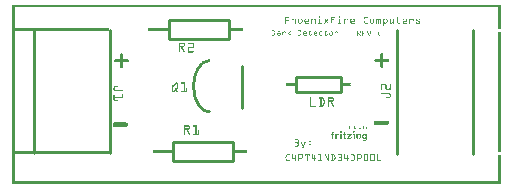
<source format=gto>
G04 MADE WITH FRITZING*
G04 WWW.FRITZING.ORG*
G04 DOUBLE SIDED*
G04 HOLES PLATED*
G04 CONTOUR ON CENTER OF CONTOUR VECTOR*
%ASAXBY*%
%FSLAX23Y23*%
%MOIN*%
%OFA0B0*%
%SFA1.0B1.0*%
%ADD10C,0.010000*%
%ADD11C,0.010417*%
%ADD12R,0.001000X0.001000*%
%LNSILK1*%
G90*
G70*
G54D10*
X536Y141D02*
X736Y141D01*
D02*
X736Y141D02*
X736Y75D01*
D02*
X736Y75D02*
X536Y75D01*
D02*
X536Y75D02*
X536Y141D01*
D02*
X522Y548D02*
X722Y548D01*
D02*
X722Y548D02*
X722Y482D01*
D02*
X722Y482D02*
X522Y482D01*
D02*
X522Y482D02*
X522Y548D01*
D02*
X764Y393D02*
X764Y253D01*
G54D11*
D02*
X1282Y512D02*
X1282Y101D01*
D02*
X1535Y101D02*
X1535Y512D01*
D02*
X325Y102D02*
X325Y513D01*
D02*
X71Y513D02*
X71Y102D01*
G54D10*
D02*
X1096Y306D02*
X946Y306D01*
D02*
X946Y306D02*
X946Y356D01*
D02*
X946Y356D02*
X1096Y356D01*
D02*
X1096Y356D02*
X1096Y306D01*
G54D12*
X0Y597D02*
X1627Y597D01*
X0Y596D02*
X1627Y596D01*
X0Y595D02*
X1627Y595D01*
X0Y594D02*
X1627Y594D01*
X0Y593D02*
X1627Y593D01*
X0Y592D02*
X1627Y592D01*
X0Y591D02*
X1627Y591D01*
X0Y590D02*
X1627Y590D01*
X0Y589D02*
X7Y589D01*
X1620Y589D02*
X1627Y589D01*
X0Y588D02*
X7Y588D01*
X1620Y588D02*
X1627Y588D01*
X0Y587D02*
X7Y587D01*
X1620Y587D02*
X1627Y587D01*
X0Y586D02*
X7Y586D01*
X1620Y586D02*
X1627Y586D01*
X0Y585D02*
X7Y585D01*
X1620Y585D02*
X1627Y585D01*
X0Y584D02*
X7Y584D01*
X1620Y584D02*
X1627Y584D01*
X0Y583D02*
X7Y583D01*
X1620Y583D02*
X1627Y583D01*
X0Y582D02*
X7Y582D01*
X1620Y582D02*
X1627Y582D01*
X0Y581D02*
X7Y581D01*
X1620Y581D02*
X1627Y581D01*
X0Y580D02*
X7Y580D01*
X1620Y580D02*
X1627Y580D01*
X0Y579D02*
X7Y579D01*
X1620Y579D02*
X1627Y579D01*
X0Y578D02*
X7Y578D01*
X1620Y578D02*
X1627Y578D01*
X0Y577D02*
X7Y577D01*
X1620Y577D02*
X1627Y577D01*
X0Y576D02*
X7Y576D01*
X1620Y576D02*
X1627Y576D01*
X0Y575D02*
X7Y575D01*
X1620Y575D02*
X1627Y575D01*
X0Y574D02*
X7Y574D01*
X1620Y574D02*
X1627Y574D01*
X0Y573D02*
X7Y573D01*
X1620Y573D02*
X1627Y573D01*
X0Y572D02*
X7Y572D01*
X1620Y572D02*
X1627Y572D01*
X0Y571D02*
X7Y571D01*
X1620Y571D02*
X1627Y571D01*
X0Y570D02*
X7Y570D01*
X1620Y570D02*
X1627Y570D01*
X0Y569D02*
X7Y569D01*
X1620Y569D02*
X1627Y569D01*
X0Y568D02*
X7Y568D01*
X1620Y568D02*
X1627Y568D01*
X0Y567D02*
X7Y567D01*
X1620Y567D02*
X1627Y567D01*
X0Y566D02*
X7Y566D01*
X1620Y566D02*
X1627Y566D01*
X0Y565D02*
X7Y565D01*
X1620Y565D02*
X1627Y565D01*
X0Y564D02*
X7Y564D01*
X1620Y564D02*
X1627Y564D01*
X0Y563D02*
X7Y563D01*
X1620Y563D02*
X1627Y563D01*
X0Y562D02*
X7Y562D01*
X1620Y562D02*
X1627Y562D01*
X0Y561D02*
X7Y561D01*
X1620Y561D02*
X1627Y561D01*
X0Y560D02*
X7Y560D01*
X1620Y560D02*
X1627Y560D01*
X0Y559D02*
X7Y559D01*
X1024Y559D02*
X1025Y559D01*
X1089Y559D02*
X1090Y559D01*
X1620Y559D02*
X1627Y559D01*
X0Y558D02*
X7Y558D01*
X1022Y558D02*
X1026Y558D01*
X1088Y558D02*
X1091Y558D01*
X1620Y558D02*
X1627Y558D01*
X0Y557D02*
X7Y557D01*
X909Y557D02*
X921Y557D01*
X931Y557D02*
X932Y557D01*
X1022Y557D02*
X1026Y557D01*
X1061Y557D02*
X1075Y557D01*
X1088Y557D02*
X1091Y557D01*
X1176Y557D02*
X1184Y557D01*
X1620Y557D02*
X1627Y557D01*
X0Y556D02*
X7Y556D01*
X909Y556D02*
X922Y556D01*
X931Y556D02*
X933Y556D01*
X1023Y556D02*
X1026Y556D01*
X1061Y556D02*
X1075Y556D01*
X1088Y556D02*
X1091Y556D01*
X1175Y556D02*
X1184Y556D01*
X1283Y556D02*
X1284Y556D01*
X1620Y556D02*
X1627Y556D01*
X0Y555D02*
X7Y555D01*
X909Y555D02*
X923Y555D01*
X931Y555D02*
X933Y555D01*
X1023Y555D02*
X1025Y555D01*
X1061Y555D02*
X1075Y555D01*
X1089Y555D02*
X1090Y555D01*
X1174Y555D02*
X1184Y555D01*
X1282Y555D02*
X1284Y555D01*
X1620Y555D02*
X1627Y555D01*
X0Y554D02*
X7Y554D01*
X909Y554D02*
X911Y554D01*
X921Y554D02*
X923Y554D01*
X931Y554D02*
X933Y554D01*
X1061Y554D02*
X1064Y554D01*
X1174Y554D02*
X1176Y554D01*
X1282Y554D02*
X1285Y554D01*
X1620Y554D02*
X1627Y554D01*
X0Y553D02*
X7Y553D01*
X909Y553D02*
X911Y553D01*
X921Y553D02*
X923Y553D01*
X931Y553D02*
X933Y553D01*
X1061Y553D02*
X1064Y553D01*
X1173Y553D02*
X1176Y553D01*
X1282Y553D02*
X1285Y553D01*
X1620Y553D02*
X1627Y553D01*
X0Y552D02*
X7Y552D01*
X909Y552D02*
X911Y552D01*
X921Y552D02*
X923Y552D01*
X931Y552D02*
X933Y552D01*
X1061Y552D02*
X1064Y552D01*
X1173Y552D02*
X1175Y552D01*
X1242Y552D02*
X1243Y552D01*
X1282Y552D02*
X1285Y552D01*
X1620Y552D02*
X1627Y552D01*
X0Y551D02*
X7Y551D01*
X909Y551D02*
X911Y551D01*
X921Y551D02*
X923Y551D01*
X931Y551D02*
X933Y551D01*
X937Y551D02*
X942Y551D01*
X956Y551D02*
X963Y551D01*
X978Y551D02*
X985Y551D01*
X997Y551D02*
X997Y551D01*
X1003Y551D02*
X1007Y551D01*
X1020Y551D02*
X1025Y551D01*
X1041Y551D02*
X1041Y551D01*
X1052Y551D02*
X1053Y551D01*
X1061Y551D02*
X1064Y551D01*
X1085Y551D02*
X1091Y551D01*
X1106Y551D02*
X1106Y551D01*
X1112Y551D02*
X1116Y551D01*
X1131Y551D02*
X1137Y551D01*
X1172Y551D02*
X1175Y551D01*
X1196Y551D02*
X1202Y551D01*
X1214Y551D02*
X1215Y551D01*
X1218Y551D02*
X1220Y551D01*
X1224Y551D02*
X1226Y551D01*
X1236Y551D02*
X1238Y551D01*
X1240Y551D02*
X1246Y551D01*
X1258Y551D02*
X1259Y551D01*
X1270Y551D02*
X1271Y551D01*
X1280Y551D02*
X1291Y551D01*
X1305Y551D02*
X1312Y551D01*
X1324Y551D02*
X1324Y551D01*
X1330Y551D02*
X1334Y551D01*
X1347Y551D02*
X1356Y551D01*
X1620Y551D02*
X1627Y551D01*
X0Y550D02*
X7Y550D01*
X909Y550D02*
X911Y550D01*
X921Y550D02*
X923Y550D01*
X931Y550D02*
X933Y550D01*
X936Y550D02*
X943Y550D01*
X955Y550D02*
X964Y550D01*
X977Y550D02*
X986Y550D01*
X996Y550D02*
X998Y550D01*
X1001Y550D02*
X1008Y550D01*
X1019Y550D02*
X1026Y550D01*
X1040Y550D02*
X1042Y550D01*
X1051Y550D02*
X1053Y550D01*
X1061Y550D02*
X1071Y550D01*
X1085Y550D02*
X1091Y550D01*
X1105Y550D02*
X1107Y550D01*
X1110Y550D02*
X1118Y550D01*
X1129Y550D02*
X1139Y550D01*
X1172Y550D02*
X1174Y550D01*
X1195Y550D02*
X1204Y550D01*
X1214Y550D02*
X1227Y550D01*
X1236Y550D02*
X1247Y550D01*
X1258Y550D02*
X1260Y550D01*
X1270Y550D02*
X1272Y550D01*
X1280Y550D02*
X1292Y550D01*
X1304Y550D02*
X1313Y550D01*
X1323Y550D02*
X1325Y550D01*
X1328Y550D02*
X1336Y550D01*
X1346Y550D02*
X1358Y550D01*
X1620Y550D02*
X1627Y550D01*
X0Y549D02*
X7Y549D01*
X909Y549D02*
X911Y549D01*
X921Y549D02*
X923Y549D01*
X931Y549D02*
X944Y549D01*
X954Y549D02*
X965Y549D01*
X976Y549D02*
X987Y549D01*
X996Y549D02*
X1009Y549D01*
X1020Y549D02*
X1026Y549D01*
X1040Y549D02*
X1043Y549D01*
X1050Y549D02*
X1053Y549D01*
X1061Y549D02*
X1072Y549D01*
X1085Y549D02*
X1091Y549D01*
X1105Y549D02*
X1107Y549D01*
X1109Y549D02*
X1119Y549D01*
X1128Y549D02*
X1140Y549D01*
X1171Y549D02*
X1174Y549D01*
X1194Y549D02*
X1205Y549D01*
X1214Y549D02*
X1228Y549D01*
X1236Y549D02*
X1248Y549D01*
X1258Y549D02*
X1260Y549D01*
X1270Y549D02*
X1272Y549D01*
X1280Y549D02*
X1292Y549D01*
X1303Y549D02*
X1314Y549D01*
X1323Y549D02*
X1325Y549D01*
X1327Y549D02*
X1337Y549D01*
X1346Y549D02*
X1358Y549D01*
X1620Y549D02*
X1627Y549D01*
X0Y548D02*
X7Y548D01*
X909Y548D02*
X911Y548D01*
X921Y548D02*
X923Y548D01*
X931Y548D02*
X937Y548D01*
X942Y548D02*
X944Y548D01*
X953Y548D02*
X956Y548D01*
X963Y548D02*
X966Y548D01*
X975Y548D02*
X978Y548D01*
X985Y548D02*
X988Y548D01*
X996Y548D02*
X1003Y548D01*
X1007Y548D02*
X1010Y548D01*
X1024Y548D02*
X1026Y548D01*
X1041Y548D02*
X1044Y548D01*
X1049Y548D02*
X1052Y548D01*
X1061Y548D02*
X1072Y548D01*
X1089Y548D02*
X1091Y548D01*
X1105Y548D02*
X1112Y548D01*
X1116Y548D02*
X1119Y548D01*
X1127Y548D02*
X1131Y548D01*
X1137Y548D02*
X1140Y548D01*
X1171Y548D02*
X1173Y548D01*
X1193Y548D02*
X1196Y548D01*
X1203Y548D02*
X1206Y548D01*
X1214Y548D02*
X1218Y548D01*
X1220Y548D02*
X1224Y548D01*
X1226Y548D02*
X1228Y548D01*
X1236Y548D02*
X1241Y548D01*
X1245Y548D02*
X1249Y548D01*
X1258Y548D02*
X1260Y548D01*
X1270Y548D02*
X1272Y548D01*
X1282Y548D02*
X1285Y548D01*
X1302Y548D02*
X1305Y548D01*
X1312Y548D02*
X1315Y548D01*
X1323Y548D02*
X1330Y548D01*
X1334Y548D02*
X1337Y548D01*
X1345Y548D02*
X1348Y548D01*
X1356Y548D02*
X1358Y548D01*
X1620Y548D02*
X1627Y548D01*
X0Y547D02*
X7Y547D01*
X909Y547D02*
X911Y547D01*
X921Y547D02*
X923Y547D01*
X931Y547D02*
X936Y547D01*
X942Y547D02*
X944Y547D01*
X953Y547D02*
X955Y547D01*
X964Y547D02*
X966Y547D01*
X974Y547D02*
X977Y547D01*
X986Y547D02*
X988Y547D01*
X996Y547D02*
X1001Y547D01*
X1008Y547D02*
X1010Y547D01*
X1024Y547D02*
X1026Y547D01*
X1042Y547D02*
X1045Y547D01*
X1049Y547D02*
X1052Y547D01*
X1061Y547D02*
X1064Y547D01*
X1089Y547D02*
X1091Y547D01*
X1105Y547D02*
X1111Y547D01*
X1117Y547D02*
X1119Y547D01*
X1127Y547D02*
X1129Y547D01*
X1138Y547D02*
X1141Y547D01*
X1171Y547D02*
X1173Y547D01*
X1192Y547D02*
X1195Y547D01*
X1204Y547D02*
X1206Y547D01*
X1214Y547D02*
X1217Y547D01*
X1220Y547D02*
X1223Y547D01*
X1226Y547D02*
X1228Y547D01*
X1236Y547D02*
X1240Y547D01*
X1247Y547D02*
X1250Y547D01*
X1258Y547D02*
X1260Y547D01*
X1270Y547D02*
X1272Y547D01*
X1282Y547D02*
X1285Y547D01*
X1301Y547D02*
X1304Y547D01*
X1313Y547D02*
X1315Y547D01*
X1323Y547D02*
X1329Y547D01*
X1335Y547D02*
X1337Y547D01*
X1345Y547D02*
X1348Y547D01*
X1620Y547D02*
X1627Y547D01*
X0Y546D02*
X7Y546D01*
X909Y546D02*
X923Y546D01*
X931Y546D02*
X934Y546D01*
X942Y546D02*
X944Y546D01*
X953Y546D02*
X955Y546D01*
X964Y546D02*
X967Y546D01*
X974Y546D02*
X976Y546D01*
X986Y546D02*
X988Y546D01*
X996Y546D02*
X999Y546D01*
X1008Y546D02*
X1010Y546D01*
X1024Y546D02*
X1026Y546D01*
X1043Y546D02*
X1046Y546D01*
X1048Y546D02*
X1051Y546D01*
X1061Y546D02*
X1064Y546D01*
X1089Y546D02*
X1091Y546D01*
X1105Y546D02*
X1109Y546D01*
X1117Y546D02*
X1119Y546D01*
X1127Y546D02*
X1129Y546D01*
X1139Y546D02*
X1141Y546D01*
X1170Y546D02*
X1173Y546D01*
X1192Y546D02*
X1194Y546D01*
X1204Y546D02*
X1206Y546D01*
X1214Y546D02*
X1216Y546D01*
X1220Y546D02*
X1222Y546D01*
X1226Y546D02*
X1228Y546D01*
X1236Y546D02*
X1239Y546D01*
X1248Y546D02*
X1250Y546D01*
X1258Y546D02*
X1260Y546D01*
X1270Y546D02*
X1272Y546D01*
X1282Y546D02*
X1285Y546D01*
X1301Y546D02*
X1303Y546D01*
X1313Y546D02*
X1315Y546D01*
X1323Y546D02*
X1327Y546D01*
X1335Y546D02*
X1337Y546D01*
X1346Y546D02*
X1349Y546D01*
X1620Y546D02*
X1627Y546D01*
X0Y545D02*
X7Y545D01*
X909Y545D02*
X922Y545D01*
X931Y545D02*
X933Y545D01*
X942Y545D02*
X944Y545D01*
X953Y545D02*
X955Y545D01*
X965Y545D02*
X967Y545D01*
X974Y545D02*
X976Y545D01*
X986Y545D02*
X988Y545D01*
X996Y545D02*
X998Y545D01*
X1008Y545D02*
X1010Y545D01*
X1024Y545D02*
X1026Y545D01*
X1044Y545D02*
X1050Y545D01*
X1061Y545D02*
X1064Y545D01*
X1089Y545D02*
X1091Y545D01*
X1105Y545D02*
X1108Y545D01*
X1118Y545D02*
X1119Y545D01*
X1127Y545D02*
X1129Y545D01*
X1139Y545D02*
X1141Y545D01*
X1171Y545D02*
X1173Y545D01*
X1192Y545D02*
X1194Y545D01*
X1204Y545D02*
X1206Y545D01*
X1214Y545D02*
X1216Y545D01*
X1220Y545D02*
X1222Y545D01*
X1226Y545D02*
X1228Y545D01*
X1236Y545D02*
X1238Y545D01*
X1248Y545D02*
X1250Y545D01*
X1258Y545D02*
X1260Y545D01*
X1270Y545D02*
X1272Y545D01*
X1282Y545D02*
X1285Y545D01*
X1301Y545D02*
X1303Y545D01*
X1313Y545D02*
X1315Y545D01*
X1323Y545D02*
X1326Y545D01*
X1336Y545D02*
X1337Y545D01*
X1346Y545D02*
X1352Y545D01*
X1620Y545D02*
X1627Y545D01*
X0Y544D02*
X7Y544D01*
X909Y544D02*
X921Y544D01*
X931Y544D02*
X933Y544D01*
X942Y544D02*
X944Y544D01*
X953Y544D02*
X955Y544D01*
X965Y544D02*
X967Y544D01*
X974Y544D02*
X976Y544D01*
X986Y544D02*
X988Y544D01*
X996Y544D02*
X998Y544D01*
X1008Y544D02*
X1010Y544D01*
X1024Y544D02*
X1026Y544D01*
X1044Y544D02*
X1049Y544D01*
X1061Y544D02*
X1064Y544D01*
X1089Y544D02*
X1091Y544D01*
X1105Y544D02*
X1107Y544D01*
X1127Y544D02*
X1129Y544D01*
X1139Y544D02*
X1141Y544D01*
X1171Y544D02*
X1173Y544D01*
X1192Y544D02*
X1194Y544D01*
X1204Y544D02*
X1206Y544D01*
X1214Y544D02*
X1216Y544D01*
X1220Y544D02*
X1222Y544D01*
X1226Y544D02*
X1228Y544D01*
X1236Y544D02*
X1238Y544D01*
X1248Y544D02*
X1250Y544D01*
X1258Y544D02*
X1260Y544D01*
X1270Y544D02*
X1272Y544D01*
X1282Y544D02*
X1285Y544D01*
X1301Y544D02*
X1303Y544D01*
X1313Y544D02*
X1315Y544D01*
X1323Y544D02*
X1325Y544D01*
X1347Y544D02*
X1354Y544D01*
X1620Y544D02*
X1627Y544D01*
X0Y543D02*
X7Y543D01*
X909Y543D02*
X911Y543D01*
X931Y543D02*
X933Y543D01*
X942Y543D02*
X945Y543D01*
X953Y543D02*
X955Y543D01*
X965Y543D02*
X967Y543D01*
X974Y543D02*
X988Y543D01*
X996Y543D02*
X998Y543D01*
X1008Y543D02*
X1010Y543D01*
X1024Y543D02*
X1026Y543D01*
X1045Y543D02*
X1048Y543D01*
X1061Y543D02*
X1064Y543D01*
X1089Y543D02*
X1091Y543D01*
X1105Y543D02*
X1107Y543D01*
X1127Y543D02*
X1141Y543D01*
X1171Y543D02*
X1174Y543D01*
X1192Y543D02*
X1194Y543D01*
X1204Y543D02*
X1206Y543D01*
X1214Y543D02*
X1216Y543D01*
X1220Y543D02*
X1222Y543D01*
X1226Y543D02*
X1228Y543D01*
X1236Y543D02*
X1238Y543D01*
X1248Y543D02*
X1250Y543D01*
X1258Y543D02*
X1260Y543D01*
X1270Y543D02*
X1272Y543D01*
X1282Y543D02*
X1285Y543D01*
X1301Y543D02*
X1315Y543D01*
X1323Y543D02*
X1325Y543D01*
X1350Y543D02*
X1356Y543D01*
X1620Y543D02*
X1627Y543D01*
X0Y542D02*
X7Y542D01*
X909Y542D02*
X911Y542D01*
X931Y542D02*
X933Y542D01*
X943Y542D02*
X945Y542D01*
X953Y542D02*
X955Y542D01*
X965Y542D02*
X967Y542D01*
X974Y542D02*
X988Y542D01*
X996Y542D02*
X998Y542D01*
X1008Y542D02*
X1010Y542D01*
X1024Y542D02*
X1026Y542D01*
X1044Y542D02*
X1049Y542D01*
X1061Y542D02*
X1064Y542D01*
X1089Y542D02*
X1091Y542D01*
X1105Y542D02*
X1107Y542D01*
X1127Y542D02*
X1141Y542D01*
X1172Y542D02*
X1174Y542D01*
X1192Y542D02*
X1194Y542D01*
X1204Y542D02*
X1206Y542D01*
X1214Y542D02*
X1216Y542D01*
X1220Y542D02*
X1222Y542D01*
X1226Y542D02*
X1228Y542D01*
X1236Y542D02*
X1238Y542D01*
X1248Y542D02*
X1250Y542D01*
X1258Y542D02*
X1260Y542D01*
X1270Y542D02*
X1272Y542D01*
X1282Y542D02*
X1285Y542D01*
X1301Y542D02*
X1315Y542D01*
X1323Y542D02*
X1325Y542D01*
X1352Y542D02*
X1358Y542D01*
X1620Y542D02*
X1627Y542D01*
X0Y541D02*
X7Y541D01*
X909Y541D02*
X911Y541D01*
X931Y541D02*
X933Y541D01*
X943Y541D02*
X945Y541D01*
X953Y541D02*
X955Y541D01*
X965Y541D02*
X967Y541D01*
X974Y541D02*
X988Y541D01*
X996Y541D02*
X998Y541D01*
X1008Y541D02*
X1010Y541D01*
X1024Y541D02*
X1026Y541D01*
X1044Y541D02*
X1050Y541D01*
X1061Y541D02*
X1064Y541D01*
X1089Y541D02*
X1091Y541D01*
X1105Y541D02*
X1107Y541D01*
X1127Y541D02*
X1140Y541D01*
X1172Y541D02*
X1175Y541D01*
X1192Y541D02*
X1194Y541D01*
X1204Y541D02*
X1206Y541D01*
X1214Y541D02*
X1216Y541D01*
X1220Y541D02*
X1222Y541D01*
X1226Y541D02*
X1228Y541D01*
X1236Y541D02*
X1238Y541D01*
X1248Y541D02*
X1250Y541D01*
X1258Y541D02*
X1260Y541D01*
X1270Y541D02*
X1272Y541D01*
X1282Y541D02*
X1285Y541D01*
X1301Y541D02*
X1315Y541D01*
X1323Y541D02*
X1325Y541D01*
X1354Y541D02*
X1358Y541D01*
X1620Y541D02*
X1627Y541D01*
X0Y540D02*
X7Y540D01*
X909Y540D02*
X911Y540D01*
X931Y540D02*
X933Y540D01*
X943Y540D02*
X945Y540D01*
X953Y540D02*
X955Y540D01*
X965Y540D02*
X967Y540D01*
X974Y540D02*
X976Y540D01*
X996Y540D02*
X998Y540D01*
X1008Y540D02*
X1010Y540D01*
X1024Y540D02*
X1026Y540D01*
X1043Y540D02*
X1046Y540D01*
X1048Y540D02*
X1051Y540D01*
X1061Y540D02*
X1064Y540D01*
X1089Y540D02*
X1091Y540D01*
X1105Y540D02*
X1107Y540D01*
X1127Y540D02*
X1129Y540D01*
X1173Y540D02*
X1175Y540D01*
X1192Y540D02*
X1194Y540D01*
X1204Y540D02*
X1206Y540D01*
X1214Y540D02*
X1216Y540D01*
X1220Y540D02*
X1222Y540D01*
X1226Y540D02*
X1228Y540D01*
X1236Y540D02*
X1238Y540D01*
X1248Y540D02*
X1250Y540D01*
X1258Y540D02*
X1260Y540D01*
X1269Y540D02*
X1272Y540D01*
X1282Y540D02*
X1285Y540D01*
X1301Y540D02*
X1303Y540D01*
X1323Y540D02*
X1325Y540D01*
X1356Y540D02*
X1359Y540D01*
X1620Y540D02*
X1627Y540D01*
X0Y539D02*
X7Y539D01*
X909Y539D02*
X911Y539D01*
X931Y539D02*
X933Y539D01*
X943Y539D02*
X945Y539D01*
X953Y539D02*
X955Y539D01*
X964Y539D02*
X967Y539D01*
X974Y539D02*
X977Y539D01*
X996Y539D02*
X998Y539D01*
X1008Y539D02*
X1010Y539D01*
X1024Y539D02*
X1026Y539D01*
X1042Y539D02*
X1045Y539D01*
X1049Y539D02*
X1052Y539D01*
X1061Y539D02*
X1064Y539D01*
X1089Y539D02*
X1091Y539D01*
X1105Y539D02*
X1107Y539D01*
X1127Y539D02*
X1129Y539D01*
X1173Y539D02*
X1176Y539D01*
X1192Y539D02*
X1195Y539D01*
X1204Y539D02*
X1206Y539D01*
X1214Y539D02*
X1216Y539D01*
X1220Y539D02*
X1222Y539D01*
X1226Y539D02*
X1228Y539D01*
X1236Y539D02*
X1239Y539D01*
X1247Y539D02*
X1250Y539D01*
X1258Y539D02*
X1260Y539D01*
X1267Y539D02*
X1272Y539D01*
X1282Y539D02*
X1285Y539D01*
X1292Y539D02*
X1293Y539D01*
X1301Y539D02*
X1304Y539D01*
X1323Y539D02*
X1325Y539D01*
X1357Y539D02*
X1359Y539D01*
X1620Y539D02*
X1627Y539D01*
X0Y538D02*
X7Y538D01*
X909Y538D02*
X911Y538D01*
X931Y538D02*
X933Y538D01*
X943Y538D02*
X945Y538D01*
X953Y538D02*
X956Y538D01*
X963Y538D02*
X966Y538D01*
X975Y538D02*
X978Y538D01*
X996Y538D02*
X998Y538D01*
X1008Y538D02*
X1010Y538D01*
X1024Y538D02*
X1026Y538D01*
X1041Y538D02*
X1044Y538D01*
X1049Y538D02*
X1052Y538D01*
X1061Y538D02*
X1064Y538D01*
X1089Y538D02*
X1091Y538D01*
X1105Y538D02*
X1107Y538D01*
X1127Y538D02*
X1130Y538D01*
X1174Y538D02*
X1176Y538D01*
X1193Y538D02*
X1195Y538D01*
X1203Y538D02*
X1206Y538D01*
X1214Y538D02*
X1216Y538D01*
X1220Y538D02*
X1222Y538D01*
X1226Y538D02*
X1228Y538D01*
X1236Y538D02*
X1240Y538D01*
X1246Y538D02*
X1249Y538D01*
X1258Y538D02*
X1260Y538D01*
X1266Y538D02*
X1272Y538D01*
X1283Y538D02*
X1285Y538D01*
X1291Y538D02*
X1293Y538D01*
X1302Y538D02*
X1304Y538D01*
X1323Y538D02*
X1325Y538D01*
X1345Y538D02*
X1347Y538D01*
X1356Y538D02*
X1359Y538D01*
X1620Y538D02*
X1627Y538D01*
X0Y537D02*
X7Y537D01*
X909Y537D02*
X911Y537D01*
X931Y537D02*
X933Y537D01*
X943Y537D02*
X945Y537D01*
X953Y537D02*
X966Y537D01*
X975Y537D02*
X988Y537D01*
X996Y537D02*
X998Y537D01*
X1008Y537D02*
X1010Y537D01*
X1020Y537D02*
X1030Y537D01*
X1040Y537D02*
X1043Y537D01*
X1050Y537D02*
X1053Y537D01*
X1061Y537D02*
X1064Y537D01*
X1086Y537D02*
X1095Y537D01*
X1105Y537D02*
X1107Y537D01*
X1128Y537D02*
X1140Y537D01*
X1174Y537D02*
X1184Y537D01*
X1193Y537D02*
X1205Y537D01*
X1214Y537D02*
X1216Y537D01*
X1220Y537D02*
X1222Y537D01*
X1226Y537D02*
X1228Y537D01*
X1236Y537D02*
X1241Y537D01*
X1245Y537D02*
X1248Y537D01*
X1258Y537D02*
X1272Y537D01*
X1283Y537D02*
X1293Y537D01*
X1302Y537D02*
X1314Y537D01*
X1323Y537D02*
X1325Y537D01*
X1345Y537D02*
X1358Y537D01*
X1620Y537D02*
X1627Y537D01*
X0Y536D02*
X7Y536D01*
X909Y536D02*
X911Y536D01*
X931Y536D02*
X933Y536D01*
X943Y536D02*
X945Y536D01*
X954Y536D02*
X965Y536D01*
X976Y536D02*
X988Y536D01*
X996Y536D02*
X998Y536D01*
X1008Y536D02*
X1010Y536D01*
X1020Y536D02*
X1030Y536D01*
X1040Y536D02*
X1042Y536D01*
X1051Y536D02*
X1054Y536D01*
X1061Y536D02*
X1064Y536D01*
X1085Y536D02*
X1096Y536D01*
X1105Y536D02*
X1107Y536D01*
X1129Y536D02*
X1141Y536D01*
X1175Y536D02*
X1184Y536D01*
X1194Y536D02*
X1204Y536D01*
X1214Y536D02*
X1216Y536D01*
X1220Y536D02*
X1222Y536D01*
X1226Y536D02*
X1228Y536D01*
X1236Y536D02*
X1247Y536D01*
X1259Y536D02*
X1267Y536D01*
X1270Y536D02*
X1272Y536D01*
X1283Y536D02*
X1292Y536D01*
X1303Y536D02*
X1315Y536D01*
X1323Y536D02*
X1325Y536D01*
X1345Y536D02*
X1358Y536D01*
X1620Y536D02*
X1627Y536D01*
X0Y535D02*
X7Y535D01*
X909Y535D02*
X911Y535D01*
X931Y535D02*
X932Y535D01*
X943Y535D02*
X944Y535D01*
X956Y535D02*
X963Y535D01*
X977Y535D02*
X988Y535D01*
X996Y535D02*
X998Y535D01*
X1008Y535D02*
X1010Y535D01*
X1020Y535D02*
X1030Y535D01*
X1040Y535D02*
X1042Y535D01*
X1052Y535D02*
X1053Y535D01*
X1062Y535D02*
X1063Y535D01*
X1085Y535D02*
X1095Y535D01*
X1105Y535D02*
X1107Y535D01*
X1130Y535D02*
X1141Y535D01*
X1176Y535D02*
X1184Y535D01*
X1195Y535D02*
X1203Y535D01*
X1214Y535D02*
X1216Y535D01*
X1220Y535D02*
X1222Y535D01*
X1227Y535D02*
X1228Y535D01*
X1236Y535D02*
X1238Y535D01*
X1240Y535D02*
X1246Y535D01*
X1260Y535D02*
X1266Y535D01*
X1270Y535D02*
X1271Y535D01*
X1285Y535D02*
X1291Y535D01*
X1304Y535D02*
X1315Y535D01*
X1323Y535D02*
X1325Y535D01*
X1347Y535D02*
X1357Y535D01*
X1620Y535D02*
X1627Y535D01*
X0Y534D02*
X7Y534D01*
X1236Y534D02*
X1238Y534D01*
X1241Y534D02*
X1245Y534D01*
X1620Y534D02*
X1627Y534D01*
X0Y533D02*
X7Y533D01*
X1236Y533D02*
X1238Y533D01*
X1620Y533D02*
X1627Y533D01*
X0Y532D02*
X7Y532D01*
X1236Y532D02*
X1238Y532D01*
X1620Y532D02*
X1627Y532D01*
X0Y531D02*
X7Y531D01*
X1236Y531D02*
X1238Y531D01*
X1620Y531D02*
X1627Y531D01*
X0Y530D02*
X7Y530D01*
X1236Y530D02*
X1238Y530D01*
X1620Y530D02*
X1627Y530D01*
X0Y529D02*
X7Y529D01*
X1236Y529D02*
X1238Y529D01*
X1620Y529D02*
X1627Y529D01*
X0Y528D02*
X7Y528D01*
X1237Y528D02*
X1237Y528D01*
X1620Y528D02*
X1627Y528D01*
X0Y527D02*
X7Y527D01*
X1620Y527D02*
X1627Y527D01*
X0Y526D02*
X7Y526D01*
X1620Y526D02*
X1627Y526D01*
X0Y525D02*
X7Y525D01*
X1620Y525D02*
X1627Y525D01*
X0Y524D02*
X7Y524D01*
X1620Y524D02*
X1627Y524D01*
X0Y523D02*
X7Y523D01*
X1620Y523D02*
X1627Y523D01*
X0Y522D02*
X7Y522D01*
X1620Y522D02*
X1627Y522D01*
X0Y521D02*
X7Y521D01*
X1620Y521D02*
X1627Y521D01*
X0Y520D02*
X7Y520D01*
X454Y520D02*
X520Y520D01*
X721Y520D02*
X769Y520D01*
X1620Y520D02*
X1627Y520D01*
X0Y519D02*
X7Y519D01*
X454Y519D02*
X520Y519D01*
X721Y519D02*
X768Y519D01*
X1620Y519D02*
X1627Y519D01*
X0Y518D02*
X323Y518D01*
X454Y518D02*
X520Y518D01*
X721Y518D02*
X768Y518D01*
X1620Y518D02*
X1627Y518D01*
X0Y517D02*
X323Y517D01*
X454Y517D02*
X520Y517D01*
X721Y517D02*
X768Y517D01*
X0Y516D02*
X323Y516D01*
X454Y516D02*
X520Y516D01*
X721Y516D02*
X768Y516D01*
X0Y515D02*
X323Y515D01*
X454Y515D02*
X520Y515D01*
X721Y515D02*
X768Y515D01*
X0Y514D02*
X323Y514D01*
X454Y514D02*
X520Y514D01*
X721Y514D02*
X768Y514D01*
X0Y513D02*
X323Y513D01*
X454Y513D02*
X520Y513D01*
X721Y513D02*
X768Y513D01*
X866Y513D02*
X871Y513D01*
X918Y513D02*
X919Y513D01*
X953Y513D02*
X959Y513D01*
X0Y512D02*
X323Y512D01*
X454Y512D02*
X520Y512D01*
X721Y512D02*
X768Y512D01*
X866Y512D02*
X873Y512D01*
X918Y512D02*
X919Y512D01*
X953Y512D02*
X960Y512D01*
X991Y512D02*
X991Y512D01*
X1043Y512D02*
X1043Y512D01*
X0Y511D02*
X323Y511D01*
X454Y511D02*
X520Y511D01*
X721Y511D02*
X769Y511D01*
X866Y511D02*
X873Y511D01*
X918Y511D02*
X919Y511D01*
X953Y511D02*
X961Y511D01*
X990Y511D02*
X991Y511D01*
X1042Y511D02*
X1044Y511D01*
X1150Y511D02*
X1156Y511D01*
X1167Y511D02*
X1176Y511D01*
X1226Y511D02*
X1228Y511D01*
X0Y510D02*
X323Y510D01*
X868Y510D02*
X869Y510D01*
X872Y510D02*
X874Y510D01*
X918Y510D02*
X919Y510D01*
X955Y510D02*
X956Y510D01*
X959Y510D02*
X961Y510D01*
X990Y510D02*
X991Y510D01*
X1042Y510D02*
X1044Y510D01*
X1149Y510D02*
X1159Y510D01*
X1167Y510D02*
X1178Y510D01*
X1184Y510D02*
X1186Y510D01*
X1194Y510D02*
X1195Y510D01*
X1223Y510D02*
X1230Y510D01*
X0Y509D02*
X323Y509D01*
X868Y509D02*
X869Y509D01*
X873Y509D02*
X874Y509D01*
X918Y509D02*
X919Y509D01*
X955Y509D02*
X956Y509D01*
X960Y509D02*
X962Y509D01*
X990Y509D02*
X991Y509D01*
X1042Y509D02*
X1044Y509D01*
X1149Y509D02*
X1160Y509D01*
X1167Y509D02*
X1177Y509D01*
X1184Y509D02*
X1186Y509D01*
X1194Y509D02*
X1195Y509D01*
X1222Y509D02*
X1230Y509D01*
X0Y508D02*
X7Y508D01*
X868Y508D02*
X869Y508D01*
X873Y508D02*
X875Y508D01*
X886Y508D02*
X891Y508D01*
X901Y508D02*
X901Y508D01*
X906Y508D02*
X909Y508D01*
X918Y508D02*
X919Y508D01*
X927Y508D02*
X927Y508D01*
X955Y508D02*
X956Y508D01*
X960Y508D02*
X962Y508D01*
X974Y508D02*
X978Y508D01*
X988Y508D02*
X996Y508D01*
X1008Y508D02*
X1012Y508D01*
X1027Y508D02*
X1033Y508D01*
X1041Y508D02*
X1049Y508D01*
X1061Y508D02*
X1065Y508D01*
X1080Y508D02*
X1083Y508D01*
X1149Y508D02*
X1151Y508D01*
X1159Y508D02*
X1160Y508D01*
X1167Y508D02*
X1168Y508D01*
X1184Y508D02*
X1186Y508D01*
X1194Y508D02*
X1195Y508D01*
X1222Y508D02*
X1223Y508D01*
X0Y507D02*
X7Y507D01*
X868Y507D02*
X869Y507D01*
X874Y507D02*
X875Y507D01*
X885Y507D02*
X893Y507D01*
X900Y507D02*
X902Y507D01*
X904Y507D02*
X910Y507D01*
X918Y507D02*
X919Y507D01*
X925Y507D02*
X927Y507D01*
X955Y507D02*
X956Y507D01*
X961Y507D02*
X963Y507D01*
X972Y507D02*
X979Y507D01*
X988Y507D02*
X997Y507D01*
X1007Y507D02*
X1014Y507D01*
X1025Y507D02*
X1033Y507D01*
X1040Y507D02*
X1049Y507D01*
X1059Y507D02*
X1066Y507D01*
X1075Y507D02*
X1076Y507D01*
X1079Y507D02*
X1085Y507D01*
X1149Y507D02*
X1151Y507D01*
X1159Y507D02*
X1160Y507D01*
X1167Y507D02*
X1168Y507D01*
X1184Y507D02*
X1186Y507D01*
X1194Y507D02*
X1195Y507D01*
X1221Y507D02*
X1223Y507D01*
X1620Y507D02*
X1627Y507D01*
X0Y506D02*
X7Y506D01*
X868Y506D02*
X869Y506D01*
X874Y506D02*
X876Y506D01*
X886Y506D02*
X893Y506D01*
X900Y506D02*
X911Y506D01*
X918Y506D02*
X919Y506D01*
X924Y506D02*
X927Y506D01*
X955Y506D02*
X956Y506D01*
X961Y506D02*
X963Y506D01*
X971Y506D02*
X980Y506D01*
X988Y506D02*
X997Y506D01*
X1006Y506D02*
X1015Y506D01*
X1024Y506D02*
X1033Y506D01*
X1041Y506D02*
X1049Y506D01*
X1058Y506D02*
X1067Y506D01*
X1075Y506D02*
X1076Y506D01*
X1078Y506D02*
X1085Y506D01*
X1149Y506D02*
X1151Y506D01*
X1159Y506D02*
X1160Y506D01*
X1167Y506D02*
X1168Y506D01*
X1184Y506D02*
X1186Y506D01*
X1194Y506D02*
X1195Y506D01*
X1221Y506D02*
X1222Y506D01*
X1620Y506D02*
X1627Y506D01*
X0Y505D02*
X7Y505D01*
X868Y505D02*
X869Y505D01*
X875Y505D02*
X876Y505D01*
X892Y505D02*
X893Y505D01*
X900Y505D02*
X905Y505D01*
X910Y505D02*
X911Y505D01*
X918Y505D02*
X919Y505D01*
X923Y505D02*
X926Y505D01*
X955Y505D02*
X956Y505D01*
X962Y505D02*
X963Y505D01*
X970Y505D02*
X972Y505D01*
X979Y505D02*
X981Y505D01*
X990Y505D02*
X991Y505D01*
X1005Y505D02*
X1007Y505D01*
X1014Y505D02*
X1016Y505D01*
X1023Y505D02*
X1026Y505D01*
X1042Y505D02*
X1044Y505D01*
X1058Y505D02*
X1059Y505D01*
X1066Y505D02*
X1068Y505D01*
X1075Y505D02*
X1079Y505D01*
X1084Y505D02*
X1086Y505D01*
X1149Y505D02*
X1151Y505D01*
X1158Y505D02*
X1160Y505D01*
X1167Y505D02*
X1168Y505D01*
X1184Y505D02*
X1186Y505D01*
X1193Y505D02*
X1195Y505D01*
X1220Y505D02*
X1222Y505D01*
X1620Y505D02*
X1627Y505D01*
X0Y504D02*
X7Y504D01*
X868Y504D02*
X869Y504D01*
X875Y504D02*
X876Y504D01*
X892Y504D02*
X894Y504D01*
X900Y504D02*
X904Y504D01*
X910Y504D02*
X911Y504D01*
X918Y504D02*
X919Y504D01*
X922Y504D02*
X925Y504D01*
X955Y504D02*
X956Y504D01*
X962Y504D02*
X964Y504D01*
X970Y504D02*
X972Y504D01*
X980Y504D02*
X981Y504D01*
X990Y504D02*
X991Y504D01*
X1005Y504D02*
X1006Y504D01*
X1014Y504D02*
X1016Y504D01*
X1023Y504D02*
X1025Y504D01*
X1042Y504D02*
X1044Y504D01*
X1057Y504D02*
X1059Y504D01*
X1067Y504D02*
X1068Y504D01*
X1075Y504D02*
X1078Y504D01*
X1084Y504D02*
X1086Y504D01*
X1149Y504D02*
X1160Y504D01*
X1167Y504D02*
X1168Y504D01*
X1185Y504D02*
X1186Y504D01*
X1193Y504D02*
X1195Y504D01*
X1220Y504D02*
X1221Y504D01*
X1620Y504D02*
X1627Y504D01*
X0Y503D02*
X7Y503D01*
X868Y503D02*
X869Y503D01*
X875Y503D02*
X876Y503D01*
X886Y503D02*
X894Y503D01*
X900Y503D02*
X903Y503D01*
X910Y503D02*
X911Y503D01*
X918Y503D02*
X919Y503D01*
X921Y503D02*
X924Y503D01*
X955Y503D02*
X956Y503D01*
X962Y503D02*
X963Y503D01*
X970Y503D02*
X972Y503D01*
X980Y503D02*
X981Y503D01*
X990Y503D02*
X991Y503D01*
X1005Y503D02*
X1006Y503D01*
X1014Y503D02*
X1016Y503D01*
X1022Y503D02*
X1024Y503D01*
X1042Y503D02*
X1044Y503D01*
X1057Y503D02*
X1059Y503D01*
X1067Y503D02*
X1068Y503D01*
X1075Y503D02*
X1077Y503D01*
X1085Y503D02*
X1085Y503D01*
X1149Y503D02*
X1158Y503D01*
X1167Y503D02*
X1169Y503D01*
X1185Y503D02*
X1187Y503D01*
X1193Y503D02*
X1194Y503D01*
X1219Y503D02*
X1221Y503D01*
X1620Y503D02*
X1627Y503D01*
X0Y502D02*
X7Y502D01*
X868Y502D02*
X869Y502D01*
X874Y502D02*
X876Y502D01*
X884Y502D02*
X894Y502D01*
X900Y502D02*
X902Y502D01*
X918Y502D02*
X923Y502D01*
X955Y502D02*
X956Y502D01*
X962Y502D02*
X963Y502D01*
X970Y502D02*
X981Y502D01*
X990Y502D02*
X991Y502D01*
X1005Y502D02*
X1016Y502D01*
X1022Y502D02*
X1024Y502D01*
X1042Y502D02*
X1044Y502D01*
X1057Y502D02*
X1059Y502D01*
X1067Y502D02*
X1068Y502D01*
X1075Y502D02*
X1076Y502D01*
X1149Y502D02*
X1151Y502D01*
X1154Y502D02*
X1156Y502D01*
X1167Y502D02*
X1173Y502D01*
X1186Y502D02*
X1187Y502D01*
X1192Y502D02*
X1194Y502D01*
X1219Y502D02*
X1221Y502D01*
X1620Y502D02*
X1627Y502D01*
X0Y501D02*
X7Y501D01*
X868Y501D02*
X869Y501D01*
X874Y501D02*
X876Y501D01*
X883Y501D02*
X894Y501D01*
X900Y501D02*
X902Y501D01*
X918Y501D02*
X923Y501D01*
X955Y501D02*
X956Y501D01*
X961Y501D02*
X963Y501D01*
X970Y501D02*
X981Y501D01*
X990Y501D02*
X991Y501D01*
X1005Y501D02*
X1016Y501D01*
X1022Y501D02*
X1024Y501D01*
X1042Y501D02*
X1044Y501D01*
X1057Y501D02*
X1059Y501D01*
X1067Y501D02*
X1068Y501D01*
X1075Y501D02*
X1076Y501D01*
X1149Y501D02*
X1151Y501D01*
X1154Y501D02*
X1156Y501D01*
X1167Y501D02*
X1173Y501D01*
X1186Y501D02*
X1188Y501D01*
X1192Y501D02*
X1193Y501D01*
X1219Y501D02*
X1221Y501D01*
X1620Y501D02*
X1627Y501D01*
X0Y500D02*
X7Y500D01*
X868Y500D02*
X869Y500D01*
X873Y500D02*
X875Y500D01*
X883Y500D02*
X885Y500D01*
X892Y500D02*
X894Y500D01*
X900Y500D02*
X902Y500D01*
X918Y500D02*
X920Y500D01*
X922Y500D02*
X924Y500D01*
X955Y500D02*
X956Y500D01*
X961Y500D02*
X962Y500D01*
X970Y500D02*
X980Y500D01*
X990Y500D02*
X991Y500D01*
X1005Y500D02*
X1015Y500D01*
X1022Y500D02*
X1024Y500D01*
X1042Y500D02*
X1044Y500D01*
X1057Y500D02*
X1059Y500D01*
X1067Y500D02*
X1068Y500D01*
X1075Y500D02*
X1076Y500D01*
X1149Y500D02*
X1151Y500D01*
X1155Y500D02*
X1157Y500D01*
X1167Y500D02*
X1168Y500D01*
X1186Y500D02*
X1188Y500D01*
X1191Y500D02*
X1193Y500D01*
X1219Y500D02*
X1221Y500D01*
X1620Y500D02*
X1627Y500D01*
X0Y499D02*
X7Y499D01*
X868Y499D02*
X869Y499D01*
X873Y499D02*
X875Y499D01*
X883Y499D02*
X884Y499D01*
X892Y499D02*
X894Y499D01*
X900Y499D02*
X902Y499D01*
X918Y499D02*
X919Y499D01*
X923Y499D02*
X926Y499D01*
X955Y499D02*
X956Y499D01*
X960Y499D02*
X962Y499D01*
X970Y499D02*
X972Y499D01*
X990Y499D02*
X991Y499D01*
X1005Y499D02*
X1006Y499D01*
X1023Y499D02*
X1024Y499D01*
X1042Y499D02*
X1044Y499D01*
X1057Y499D02*
X1059Y499D01*
X1067Y499D02*
X1068Y499D01*
X1075Y499D02*
X1076Y499D01*
X1149Y499D02*
X1151Y499D01*
X1155Y499D02*
X1157Y499D01*
X1167Y499D02*
X1168Y499D01*
X1187Y499D02*
X1188Y499D01*
X1191Y499D02*
X1193Y499D01*
X1220Y499D02*
X1222Y499D01*
X1620Y499D02*
X1627Y499D01*
X0Y498D02*
X7Y498D01*
X868Y498D02*
X869Y498D01*
X872Y498D02*
X874Y498D01*
X883Y498D02*
X884Y498D01*
X891Y498D02*
X894Y498D01*
X900Y498D02*
X902Y498D01*
X918Y498D02*
X919Y498D01*
X924Y498D02*
X927Y498D01*
X955Y498D02*
X956Y498D01*
X960Y498D02*
X961Y498D01*
X970Y498D02*
X972Y498D01*
X990Y498D02*
X991Y498D01*
X997Y498D02*
X998Y498D01*
X1005Y498D02*
X1007Y498D01*
X1023Y498D02*
X1025Y498D01*
X1042Y498D02*
X1044Y498D01*
X1049Y498D02*
X1051Y498D01*
X1057Y498D02*
X1059Y498D01*
X1066Y498D02*
X1068Y498D01*
X1075Y498D02*
X1076Y498D01*
X1149Y498D02*
X1151Y498D01*
X1156Y498D02*
X1158Y498D01*
X1167Y498D02*
X1168Y498D01*
X1187Y498D02*
X1189Y498D01*
X1191Y498D02*
X1192Y498D01*
X1220Y498D02*
X1222Y498D01*
X1620Y498D02*
X1627Y498D01*
X0Y497D02*
X7Y497D01*
X867Y497D02*
X874Y497D01*
X883Y497D02*
X886Y497D01*
X889Y497D02*
X894Y497D01*
X900Y497D02*
X902Y497D01*
X918Y497D02*
X919Y497D01*
X925Y497D02*
X928Y497D01*
X955Y497D02*
X961Y497D01*
X971Y497D02*
X974Y497D01*
X990Y497D02*
X993Y497D01*
X996Y497D02*
X998Y497D01*
X1006Y497D02*
X1009Y497D01*
X1024Y497D02*
X1027Y497D01*
X1042Y497D02*
X1045Y497D01*
X1048Y497D02*
X1051Y497D01*
X1058Y497D02*
X1061Y497D01*
X1065Y497D02*
X1068Y497D01*
X1075Y497D02*
X1076Y497D01*
X1149Y497D02*
X1151Y497D01*
X1157Y497D02*
X1158Y497D01*
X1167Y497D02*
X1168Y497D01*
X1188Y497D02*
X1192Y497D01*
X1221Y497D02*
X1223Y497D01*
X1620Y497D02*
X1627Y497D01*
X0Y496D02*
X7Y496D01*
X866Y496D02*
X873Y496D01*
X884Y496D02*
X894Y496D01*
X900Y496D02*
X902Y496D01*
X918Y496D02*
X919Y496D01*
X926Y496D02*
X929Y496D01*
X953Y496D02*
X960Y496D01*
X972Y496D02*
X981Y496D01*
X991Y496D02*
X998Y496D01*
X1006Y496D02*
X1016Y496D01*
X1025Y496D02*
X1033Y496D01*
X1043Y496D02*
X1050Y496D01*
X1059Y496D02*
X1067Y496D01*
X1075Y496D02*
X1076Y496D01*
X1149Y496D02*
X1151Y496D01*
X1157Y496D02*
X1159Y496D01*
X1167Y496D02*
X1168Y496D01*
X1188Y496D02*
X1191Y496D01*
X1221Y496D02*
X1223Y496D01*
X1620Y496D02*
X1627Y496D01*
X0Y495D02*
X7Y495D01*
X866Y495D02*
X872Y495D01*
X885Y495D02*
X890Y495D01*
X893Y495D02*
X893Y495D01*
X901Y495D02*
X901Y495D01*
X918Y495D02*
X919Y495D01*
X928Y495D02*
X928Y495D01*
X953Y495D02*
X959Y495D01*
X973Y495D02*
X981Y495D01*
X992Y495D02*
X996Y495D01*
X1008Y495D02*
X1015Y495D01*
X1026Y495D02*
X1033Y495D01*
X1044Y495D02*
X1049Y495D01*
X1060Y495D02*
X1065Y495D01*
X1075Y495D02*
X1076Y495D01*
X1149Y495D02*
X1151Y495D01*
X1158Y495D02*
X1160Y495D01*
X1167Y495D02*
X1168Y495D01*
X1188Y495D02*
X1191Y495D01*
X1222Y495D02*
X1224Y495D01*
X1620Y495D02*
X1627Y495D01*
X0Y494D02*
X7Y494D01*
X1149Y494D02*
X1151Y494D01*
X1158Y494D02*
X1160Y494D01*
X1167Y494D02*
X1178Y494D01*
X1189Y494D02*
X1191Y494D01*
X1222Y494D02*
X1230Y494D01*
X1620Y494D02*
X1627Y494D01*
X0Y493D02*
X7Y493D01*
X1150Y493D02*
X1151Y493D01*
X1159Y493D02*
X1160Y493D01*
X1167Y493D02*
X1178Y493D01*
X1189Y493D02*
X1190Y493D01*
X1223Y493D02*
X1230Y493D01*
X1620Y493D02*
X1627Y493D01*
X0Y492D02*
X7Y492D01*
X1620Y492D02*
X1627Y492D01*
X0Y491D02*
X7Y491D01*
X1620Y491D02*
X1627Y491D01*
X0Y490D02*
X7Y490D01*
X1620Y490D02*
X1627Y490D01*
X0Y489D02*
X7Y489D01*
X1620Y489D02*
X1627Y489D01*
X0Y488D02*
X7Y488D01*
X1620Y488D02*
X1627Y488D01*
X0Y487D02*
X7Y487D01*
X1620Y487D02*
X1627Y487D01*
X0Y486D02*
X7Y486D01*
X1620Y486D02*
X1627Y486D01*
X0Y485D02*
X7Y485D01*
X1620Y485D02*
X1627Y485D01*
X0Y484D02*
X7Y484D01*
X1620Y484D02*
X1627Y484D01*
X0Y483D02*
X7Y483D01*
X1620Y483D02*
X1627Y483D01*
X0Y482D02*
X7Y482D01*
X1620Y482D02*
X1627Y482D01*
X0Y481D02*
X7Y481D01*
X1620Y481D02*
X1627Y481D01*
X0Y480D02*
X7Y480D01*
X1620Y480D02*
X1627Y480D01*
X0Y479D02*
X7Y479D01*
X1620Y479D02*
X1627Y479D01*
X0Y478D02*
X7Y478D01*
X1620Y478D02*
X1627Y478D01*
X0Y477D02*
X7Y477D01*
X1620Y477D02*
X1627Y477D01*
X0Y476D02*
X7Y476D01*
X1620Y476D02*
X1627Y476D01*
X0Y475D02*
X7Y475D01*
X1620Y475D02*
X1627Y475D01*
X0Y474D02*
X7Y474D01*
X1620Y474D02*
X1627Y474D01*
X0Y473D02*
X7Y473D01*
X1620Y473D02*
X1627Y473D01*
X0Y472D02*
X7Y472D01*
X1620Y472D02*
X1627Y472D01*
X0Y471D02*
X7Y471D01*
X1620Y471D02*
X1627Y471D01*
X0Y470D02*
X7Y470D01*
X555Y470D02*
X571Y470D01*
X586Y470D02*
X602Y470D01*
X1620Y470D02*
X1627Y470D01*
X0Y469D02*
X7Y469D01*
X555Y469D02*
X572Y469D01*
X585Y469D02*
X604Y469D01*
X1620Y469D02*
X1627Y469D01*
X0Y468D02*
X7Y468D01*
X555Y468D02*
X574Y468D01*
X585Y468D02*
X605Y468D01*
X1620Y468D02*
X1627Y468D01*
X0Y467D02*
X7Y467D01*
X555Y467D02*
X574Y467D01*
X586Y467D02*
X605Y467D01*
X1620Y467D02*
X1627Y467D01*
X0Y466D02*
X7Y466D01*
X555Y466D02*
X559Y466D01*
X570Y466D02*
X575Y466D01*
X602Y466D02*
X605Y466D01*
X1620Y466D02*
X1627Y466D01*
X0Y465D02*
X7Y465D01*
X555Y465D02*
X558Y465D01*
X572Y465D02*
X575Y465D01*
X602Y465D02*
X605Y465D01*
X1620Y465D02*
X1627Y465D01*
X0Y464D02*
X7Y464D01*
X555Y464D02*
X558Y464D01*
X572Y464D02*
X575Y464D01*
X602Y464D02*
X605Y464D01*
X1620Y464D02*
X1627Y464D01*
X0Y463D02*
X7Y463D01*
X555Y463D02*
X558Y463D01*
X572Y463D02*
X575Y463D01*
X602Y463D02*
X605Y463D01*
X1620Y463D02*
X1627Y463D01*
X0Y462D02*
X7Y462D01*
X555Y462D02*
X558Y462D01*
X572Y462D02*
X575Y462D01*
X602Y462D02*
X605Y462D01*
X1620Y462D02*
X1627Y462D01*
X0Y461D02*
X7Y461D01*
X555Y461D02*
X558Y461D01*
X572Y461D02*
X575Y461D01*
X602Y461D02*
X605Y461D01*
X1620Y461D02*
X1627Y461D01*
X0Y460D02*
X7Y460D01*
X555Y460D02*
X559Y460D01*
X570Y460D02*
X575Y460D01*
X602Y460D02*
X605Y460D01*
X1620Y460D02*
X1627Y460D01*
X0Y459D02*
X7Y459D01*
X555Y459D02*
X574Y459D01*
X602Y459D02*
X605Y459D01*
X1620Y459D02*
X1627Y459D01*
X0Y458D02*
X7Y458D01*
X555Y458D02*
X573Y458D01*
X602Y458D02*
X605Y458D01*
X1620Y458D02*
X1627Y458D01*
X0Y457D02*
X7Y457D01*
X555Y457D02*
X572Y457D01*
X602Y457D02*
X605Y457D01*
X1620Y457D02*
X1627Y457D01*
X0Y456D02*
X7Y456D01*
X555Y456D02*
X571Y456D01*
X588Y456D02*
X605Y456D01*
X1620Y456D02*
X1627Y456D01*
X0Y455D02*
X7Y455D01*
X555Y455D02*
X558Y455D01*
X563Y455D02*
X567Y455D01*
X587Y455D02*
X605Y455D01*
X1620Y455D02*
X1627Y455D01*
X0Y454D02*
X7Y454D01*
X555Y454D02*
X558Y454D01*
X563Y454D02*
X567Y454D01*
X586Y454D02*
X604Y454D01*
X1620Y454D02*
X1627Y454D01*
X0Y453D02*
X7Y453D01*
X555Y453D02*
X558Y453D01*
X564Y453D02*
X568Y453D01*
X585Y453D02*
X603Y453D01*
X1620Y453D02*
X1627Y453D01*
X0Y452D02*
X7Y452D01*
X555Y452D02*
X558Y452D01*
X564Y452D02*
X568Y452D01*
X585Y452D02*
X589Y452D01*
X1620Y452D02*
X1627Y452D01*
X0Y451D02*
X7Y451D01*
X555Y451D02*
X558Y451D01*
X565Y451D02*
X569Y451D01*
X585Y451D02*
X588Y451D01*
X1620Y451D02*
X1627Y451D01*
X0Y450D02*
X7Y450D01*
X555Y450D02*
X558Y450D01*
X566Y450D02*
X570Y450D01*
X585Y450D02*
X588Y450D01*
X1620Y450D02*
X1627Y450D01*
X0Y449D02*
X7Y449D01*
X555Y449D02*
X558Y449D01*
X566Y449D02*
X570Y449D01*
X585Y449D02*
X588Y449D01*
X1620Y449D02*
X1627Y449D01*
X0Y448D02*
X7Y448D01*
X555Y448D02*
X558Y448D01*
X567Y448D02*
X571Y448D01*
X585Y448D02*
X588Y448D01*
X1620Y448D02*
X1627Y448D01*
X0Y447D02*
X7Y447D01*
X555Y447D02*
X558Y447D01*
X567Y447D02*
X571Y447D01*
X585Y447D02*
X588Y447D01*
X1620Y447D02*
X1627Y447D01*
X0Y446D02*
X7Y446D01*
X555Y446D02*
X558Y446D01*
X568Y446D02*
X572Y446D01*
X585Y446D02*
X588Y446D01*
X1620Y446D02*
X1627Y446D01*
X0Y445D02*
X7Y445D01*
X555Y445D02*
X558Y445D01*
X569Y445D02*
X572Y445D01*
X585Y445D02*
X588Y445D01*
X1620Y445D02*
X1627Y445D01*
X0Y444D02*
X7Y444D01*
X555Y444D02*
X558Y444D01*
X569Y444D02*
X573Y444D01*
X585Y444D02*
X588Y444D01*
X1620Y444D02*
X1627Y444D01*
X0Y443D02*
X7Y443D01*
X555Y443D02*
X558Y443D01*
X570Y443D02*
X574Y443D01*
X585Y443D02*
X588Y443D01*
X1620Y443D02*
X1627Y443D01*
X0Y442D02*
X7Y442D01*
X555Y442D02*
X558Y442D01*
X570Y442D02*
X574Y442D01*
X585Y442D02*
X604Y442D01*
X1620Y442D02*
X1627Y442D01*
X0Y441D02*
X7Y441D01*
X555Y441D02*
X558Y441D01*
X571Y441D02*
X575Y441D01*
X585Y441D02*
X605Y441D01*
X1620Y441D02*
X1627Y441D01*
X0Y440D02*
X7Y440D01*
X555Y440D02*
X558Y440D01*
X571Y440D02*
X575Y440D01*
X585Y440D02*
X605Y440D01*
X1620Y440D02*
X1627Y440D01*
X0Y439D02*
X7Y439D01*
X556Y439D02*
X558Y439D01*
X572Y439D02*
X575Y439D01*
X585Y439D02*
X605Y439D01*
X1620Y439D02*
X1627Y439D01*
X0Y438D02*
X7Y438D01*
X586Y438D02*
X603Y438D01*
X1620Y438D02*
X1627Y438D01*
X0Y437D02*
X7Y437D01*
X1620Y437D02*
X1627Y437D01*
X0Y436D02*
X7Y436D01*
X1230Y436D02*
X1234Y436D01*
X1620Y436D02*
X1627Y436D01*
X0Y435D02*
X7Y435D01*
X362Y435D02*
X364Y435D01*
X1228Y435D02*
X1235Y435D01*
X1620Y435D02*
X1627Y435D01*
X0Y434D02*
X7Y434D01*
X360Y434D02*
X366Y434D01*
X1228Y434D02*
X1236Y434D01*
X1620Y434D02*
X1627Y434D01*
X0Y433D02*
X7Y433D01*
X359Y433D02*
X367Y433D01*
X1227Y433D02*
X1236Y433D01*
X1620Y433D02*
X1627Y433D01*
X0Y432D02*
X7Y432D01*
X359Y432D02*
X367Y432D01*
X1227Y432D02*
X1236Y432D01*
X1620Y432D02*
X1627Y432D01*
X0Y431D02*
X7Y431D01*
X359Y431D02*
X368Y431D01*
X1227Y431D02*
X1236Y431D01*
X1620Y431D02*
X1627Y431D01*
X0Y430D02*
X7Y430D01*
X359Y430D02*
X368Y430D01*
X1227Y430D02*
X1236Y430D01*
X1620Y430D02*
X1627Y430D01*
X0Y429D02*
X7Y429D01*
X359Y429D02*
X368Y429D01*
X1227Y429D02*
X1236Y429D01*
X1620Y429D02*
X1627Y429D01*
X0Y428D02*
X7Y428D01*
X359Y428D02*
X368Y428D01*
X1227Y428D02*
X1236Y428D01*
X1620Y428D02*
X1627Y428D01*
X0Y427D02*
X7Y427D01*
X359Y427D02*
X368Y427D01*
X1227Y427D02*
X1236Y427D01*
X1620Y427D02*
X1627Y427D01*
X0Y426D02*
X7Y426D01*
X359Y426D02*
X368Y426D01*
X1227Y426D02*
X1236Y426D01*
X1620Y426D02*
X1627Y426D01*
X0Y425D02*
X7Y425D01*
X359Y425D02*
X368Y425D01*
X1227Y425D02*
X1236Y425D01*
X1620Y425D02*
X1627Y425D01*
X0Y424D02*
X7Y424D01*
X359Y424D02*
X368Y424D01*
X1227Y424D02*
X1236Y424D01*
X1620Y424D02*
X1627Y424D01*
X0Y423D02*
X7Y423D01*
X359Y423D02*
X368Y423D01*
X1227Y423D02*
X1236Y423D01*
X1620Y423D02*
X1627Y423D01*
X0Y422D02*
X7Y422D01*
X359Y422D02*
X368Y422D01*
X1227Y422D02*
X1236Y422D01*
X1620Y422D02*
X1627Y422D01*
X0Y421D02*
X7Y421D01*
X359Y421D02*
X368Y421D01*
X1227Y421D02*
X1236Y421D01*
X1620Y421D02*
X1627Y421D01*
X0Y420D02*
X7Y420D01*
X359Y420D02*
X368Y420D01*
X1227Y420D02*
X1236Y420D01*
X1620Y420D02*
X1627Y420D01*
X0Y419D02*
X7Y419D01*
X359Y419D02*
X368Y419D01*
X1227Y419D02*
X1236Y419D01*
X1620Y419D02*
X1627Y419D01*
X0Y418D02*
X7Y418D01*
X359Y418D02*
X368Y418D01*
X1227Y418D02*
X1236Y418D01*
X1620Y418D02*
X1627Y418D01*
X0Y417D02*
X7Y417D01*
X359Y417D02*
X368Y417D01*
X1212Y417D02*
X1252Y417D01*
X1620Y417D02*
X1627Y417D01*
X0Y416D02*
X7Y416D01*
X359Y416D02*
X368Y416D01*
X1209Y416D02*
X1254Y416D01*
X1620Y416D02*
X1627Y416D01*
X0Y415D02*
X7Y415D01*
X342Y415D02*
X385Y415D01*
X651Y415D02*
X657Y415D01*
X1208Y415D02*
X1255Y415D01*
X1620Y415D02*
X1627Y415D01*
X0Y414D02*
X7Y414D01*
X340Y414D02*
X386Y414D01*
X647Y414D02*
X657Y414D01*
X1208Y414D02*
X1256Y414D01*
X1620Y414D02*
X1627Y414D01*
X0Y413D02*
X7Y413D01*
X340Y413D02*
X387Y413D01*
X644Y413D02*
X658Y413D01*
X1208Y413D02*
X1256Y413D01*
X1620Y413D02*
X1627Y413D01*
X0Y412D02*
X7Y412D01*
X339Y412D02*
X387Y412D01*
X642Y412D02*
X658Y412D01*
X1207Y412D02*
X1256Y412D01*
X1620Y412D02*
X1627Y412D01*
X0Y411D02*
X7Y411D01*
X339Y411D02*
X387Y411D01*
X640Y411D02*
X658Y411D01*
X1208Y411D02*
X1256Y411D01*
X1620Y411D02*
X1627Y411D01*
X0Y410D02*
X7Y410D01*
X339Y410D02*
X387Y410D01*
X638Y410D02*
X658Y410D01*
X1208Y410D02*
X1256Y410D01*
X1620Y410D02*
X1627Y410D01*
X0Y409D02*
X7Y409D01*
X339Y409D02*
X387Y409D01*
X636Y409D02*
X659Y409D01*
X1209Y409D02*
X1255Y409D01*
X1620Y409D02*
X1627Y409D01*
X0Y408D02*
X7Y408D01*
X339Y408D02*
X387Y408D01*
X634Y408D02*
X659Y408D01*
X1210Y408D02*
X1254Y408D01*
X1620Y408D02*
X1627Y408D01*
X0Y407D02*
X7Y407D01*
X340Y407D02*
X386Y407D01*
X633Y407D02*
X659Y407D01*
X1227Y407D02*
X1237Y407D01*
X1620Y407D02*
X1627Y407D01*
X0Y406D02*
X7Y406D01*
X342Y406D02*
X385Y406D01*
X632Y406D02*
X658Y406D01*
X1227Y406D02*
X1236Y406D01*
X1620Y406D02*
X1627Y406D01*
X0Y405D02*
X7Y405D01*
X359Y405D02*
X368Y405D01*
X631Y405D02*
X651Y405D01*
X1227Y405D02*
X1236Y405D01*
X1620Y405D02*
X1627Y405D01*
X0Y404D02*
X7Y404D01*
X359Y404D02*
X368Y404D01*
X629Y404D02*
X647Y404D01*
X1227Y404D02*
X1236Y404D01*
X1620Y404D02*
X1627Y404D01*
X0Y403D02*
X7Y403D01*
X359Y403D02*
X368Y403D01*
X628Y403D02*
X645Y403D01*
X1227Y403D02*
X1236Y403D01*
X1620Y403D02*
X1627Y403D01*
X0Y402D02*
X7Y402D01*
X359Y402D02*
X368Y402D01*
X627Y402D02*
X642Y402D01*
X1227Y402D02*
X1236Y402D01*
X1620Y402D02*
X1627Y402D01*
X0Y401D02*
X7Y401D01*
X359Y401D02*
X368Y401D01*
X626Y401D02*
X641Y401D01*
X1227Y401D02*
X1236Y401D01*
X1620Y401D02*
X1627Y401D01*
X0Y400D02*
X7Y400D01*
X359Y400D02*
X368Y400D01*
X625Y400D02*
X639Y400D01*
X1227Y400D02*
X1236Y400D01*
X1620Y400D02*
X1627Y400D01*
X0Y399D02*
X7Y399D01*
X359Y399D02*
X368Y399D01*
X624Y399D02*
X638Y399D01*
X1227Y399D02*
X1236Y399D01*
X1620Y399D02*
X1627Y399D01*
X0Y398D02*
X7Y398D01*
X359Y398D02*
X368Y398D01*
X623Y398D02*
X636Y398D01*
X1227Y398D02*
X1236Y398D01*
X1620Y398D02*
X1627Y398D01*
X0Y397D02*
X7Y397D01*
X359Y397D02*
X368Y397D01*
X622Y397D02*
X635Y397D01*
X1227Y397D02*
X1236Y397D01*
X1620Y397D02*
X1627Y397D01*
X0Y396D02*
X7Y396D01*
X359Y396D02*
X368Y396D01*
X622Y396D02*
X634Y396D01*
X1227Y396D02*
X1236Y396D01*
X1620Y396D02*
X1627Y396D01*
X0Y395D02*
X7Y395D01*
X359Y395D02*
X368Y395D01*
X621Y395D02*
X633Y395D01*
X1227Y395D02*
X1236Y395D01*
X1620Y395D02*
X1627Y395D01*
X0Y394D02*
X7Y394D01*
X359Y394D02*
X368Y394D01*
X620Y394D02*
X632Y394D01*
X1227Y394D02*
X1236Y394D01*
X1620Y394D02*
X1627Y394D01*
X0Y393D02*
X7Y393D01*
X359Y393D02*
X368Y393D01*
X619Y393D02*
X631Y393D01*
X1227Y393D02*
X1236Y393D01*
X1620Y393D02*
X1627Y393D01*
X0Y392D02*
X7Y392D01*
X359Y392D02*
X368Y392D01*
X619Y392D02*
X630Y392D01*
X1227Y392D02*
X1236Y392D01*
X1620Y392D02*
X1627Y392D01*
X0Y391D02*
X7Y391D01*
X359Y391D02*
X368Y391D01*
X618Y391D02*
X629Y391D01*
X1227Y391D02*
X1236Y391D01*
X1620Y391D02*
X1627Y391D01*
X0Y390D02*
X7Y390D01*
X359Y390D02*
X368Y390D01*
X617Y390D02*
X628Y390D01*
X1228Y390D02*
X1236Y390D01*
X1620Y390D02*
X1627Y390D01*
X0Y389D02*
X7Y389D01*
X359Y389D02*
X367Y389D01*
X616Y389D02*
X628Y389D01*
X1229Y389D02*
X1235Y389D01*
X1620Y389D02*
X1627Y389D01*
X0Y388D02*
X7Y388D01*
X359Y388D02*
X367Y388D01*
X616Y388D02*
X627Y388D01*
X1230Y388D02*
X1234Y388D01*
X1620Y388D02*
X1627Y388D01*
X0Y387D02*
X7Y387D01*
X360Y387D02*
X366Y387D01*
X615Y387D02*
X626Y387D01*
X1620Y387D02*
X1627Y387D01*
X0Y386D02*
X7Y386D01*
X362Y386D02*
X364Y386D01*
X615Y386D02*
X625Y386D01*
X1620Y386D02*
X1627Y386D01*
X0Y385D02*
X7Y385D01*
X614Y385D02*
X625Y385D01*
X1620Y385D02*
X1627Y385D01*
X0Y384D02*
X7Y384D01*
X614Y384D02*
X624Y384D01*
X1620Y384D02*
X1627Y384D01*
X0Y383D02*
X7Y383D01*
X613Y383D02*
X623Y383D01*
X1620Y383D02*
X1627Y383D01*
X0Y382D02*
X7Y382D01*
X612Y382D02*
X623Y382D01*
X1620Y382D02*
X1627Y382D01*
X0Y381D02*
X7Y381D01*
X612Y381D02*
X622Y381D01*
X1620Y381D02*
X1627Y381D01*
X0Y380D02*
X7Y380D01*
X612Y380D02*
X622Y380D01*
X1620Y380D02*
X1627Y380D01*
X0Y379D02*
X7Y379D01*
X611Y379D02*
X621Y379D01*
X1620Y379D02*
X1627Y379D01*
X0Y378D02*
X7Y378D01*
X611Y378D02*
X621Y378D01*
X1620Y378D02*
X1627Y378D01*
X0Y377D02*
X7Y377D01*
X610Y377D02*
X620Y377D01*
X1620Y377D02*
X1627Y377D01*
X0Y376D02*
X7Y376D01*
X610Y376D02*
X620Y376D01*
X1620Y376D02*
X1627Y376D01*
X0Y375D02*
X7Y375D01*
X609Y375D02*
X619Y375D01*
X1620Y375D02*
X1627Y375D01*
X0Y374D02*
X7Y374D01*
X609Y374D02*
X619Y374D01*
X1620Y374D02*
X1627Y374D01*
X0Y373D02*
X7Y373D01*
X608Y373D02*
X618Y373D01*
X1620Y373D02*
X1627Y373D01*
X0Y372D02*
X7Y372D01*
X608Y372D02*
X618Y372D01*
X1620Y372D02*
X1627Y372D01*
X0Y371D02*
X7Y371D01*
X608Y371D02*
X617Y371D01*
X1620Y371D02*
X1627Y371D01*
X0Y370D02*
X7Y370D01*
X607Y370D02*
X617Y370D01*
X1620Y370D02*
X1627Y370D01*
X0Y369D02*
X7Y369D01*
X607Y369D02*
X617Y369D01*
X1620Y369D02*
X1627Y369D01*
X0Y368D02*
X7Y368D01*
X607Y368D02*
X616Y368D01*
X1620Y368D02*
X1627Y368D01*
X0Y367D02*
X7Y367D01*
X606Y367D02*
X616Y367D01*
X1620Y367D02*
X1627Y367D01*
X0Y366D02*
X7Y366D01*
X606Y366D02*
X615Y366D01*
X1620Y366D02*
X1627Y366D01*
X0Y365D02*
X7Y365D01*
X606Y365D02*
X615Y365D01*
X1620Y365D02*
X1627Y365D01*
X0Y364D02*
X7Y364D01*
X605Y364D02*
X615Y364D01*
X1620Y364D02*
X1627Y364D01*
X0Y363D02*
X7Y363D01*
X605Y363D02*
X614Y363D01*
X1620Y363D02*
X1627Y363D01*
X0Y362D02*
X7Y362D01*
X605Y362D02*
X614Y362D01*
X1620Y362D02*
X1627Y362D01*
X0Y361D02*
X7Y361D01*
X604Y361D02*
X614Y361D01*
X1620Y361D02*
X1627Y361D01*
X0Y360D02*
X7Y360D01*
X604Y360D02*
X614Y360D01*
X1620Y360D02*
X1627Y360D01*
X0Y359D02*
X7Y359D01*
X604Y359D02*
X613Y359D01*
X1620Y359D02*
X1627Y359D01*
X0Y358D02*
X7Y358D01*
X604Y358D02*
X613Y358D01*
X1620Y358D02*
X1627Y358D01*
X0Y357D02*
X7Y357D01*
X604Y357D02*
X613Y357D01*
X1620Y357D02*
X1627Y357D01*
X0Y356D02*
X7Y356D01*
X603Y356D02*
X612Y356D01*
X1620Y356D02*
X1627Y356D01*
X0Y355D02*
X7Y355D01*
X603Y355D02*
X612Y355D01*
X1620Y355D02*
X1627Y355D01*
X0Y354D02*
X7Y354D01*
X603Y354D02*
X612Y354D01*
X1620Y354D02*
X1627Y354D01*
X0Y353D02*
X7Y353D01*
X603Y353D02*
X612Y353D01*
X1620Y353D02*
X1627Y353D01*
X0Y352D02*
X7Y352D01*
X602Y352D02*
X612Y352D01*
X1620Y352D02*
X1627Y352D01*
X0Y351D02*
X7Y351D01*
X602Y351D02*
X611Y351D01*
X1620Y351D02*
X1627Y351D01*
X0Y350D02*
X7Y350D01*
X602Y350D02*
X611Y350D01*
X1620Y350D02*
X1627Y350D01*
X0Y349D02*
X7Y349D01*
X602Y349D02*
X611Y349D01*
X1620Y349D02*
X1627Y349D01*
X0Y348D02*
X7Y348D01*
X602Y348D02*
X611Y348D01*
X1620Y348D02*
X1627Y348D01*
X0Y347D02*
X7Y347D01*
X602Y347D02*
X611Y347D01*
X1620Y347D02*
X1627Y347D01*
X0Y346D02*
X7Y346D01*
X601Y346D02*
X610Y346D01*
X1620Y346D02*
X1627Y346D01*
X0Y345D02*
X7Y345D01*
X601Y345D02*
X610Y345D01*
X1620Y345D02*
X1627Y345D01*
X0Y344D02*
X7Y344D01*
X601Y344D02*
X610Y344D01*
X1620Y344D02*
X1627Y344D01*
X0Y343D02*
X7Y343D01*
X601Y343D02*
X610Y343D01*
X1620Y343D02*
X1627Y343D01*
X0Y342D02*
X7Y342D01*
X601Y342D02*
X610Y342D01*
X1620Y342D02*
X1627Y342D01*
X0Y341D02*
X7Y341D01*
X601Y341D02*
X610Y341D01*
X1620Y341D02*
X1627Y341D01*
X0Y340D02*
X7Y340D01*
X601Y340D02*
X610Y340D01*
X1620Y340D02*
X1627Y340D01*
X0Y339D02*
X7Y339D01*
X601Y339D02*
X610Y339D01*
X1620Y339D02*
X1627Y339D01*
X0Y338D02*
X7Y338D01*
X546Y338D02*
X549Y338D01*
X564Y338D02*
X574Y338D01*
X600Y338D02*
X609Y338D01*
X1620Y338D02*
X1627Y338D01*
X0Y337D02*
X7Y337D01*
X545Y337D02*
X551Y337D01*
X563Y337D02*
X574Y337D01*
X600Y337D02*
X609Y337D01*
X1620Y337D02*
X1627Y337D01*
X0Y336D02*
X7Y336D01*
X543Y336D02*
X552Y336D01*
X563Y336D02*
X574Y336D01*
X600Y336D02*
X609Y336D01*
X912Y336D02*
X944Y336D01*
X1095Y336D02*
X1127Y336D01*
X1620Y336D02*
X1627Y336D01*
X0Y335D02*
X7Y335D01*
X542Y335D02*
X552Y335D01*
X563Y335D02*
X574Y335D01*
X600Y335D02*
X609Y335D01*
X912Y335D02*
X944Y335D01*
X1095Y335D02*
X1127Y335D01*
X1620Y335D02*
X1627Y335D01*
X0Y334D02*
X7Y334D01*
X541Y334D02*
X547Y334D01*
X549Y334D02*
X552Y334D01*
X571Y334D02*
X574Y334D01*
X600Y334D02*
X609Y334D01*
X912Y334D02*
X944Y334D01*
X1095Y334D02*
X1127Y334D01*
X1232Y334D02*
X1244Y334D01*
X1258Y334D02*
X1260Y334D01*
X1620Y334D02*
X1627Y334D01*
X0Y333D02*
X7Y333D01*
X540Y333D02*
X545Y333D01*
X549Y333D02*
X552Y333D01*
X571Y333D02*
X574Y333D01*
X600Y333D02*
X609Y333D01*
X912Y333D02*
X944Y333D01*
X1095Y333D02*
X1126Y333D01*
X1230Y333D02*
X1245Y333D01*
X1258Y333D02*
X1261Y333D01*
X1620Y333D02*
X1627Y333D01*
X0Y332D02*
X7Y332D01*
X539Y332D02*
X544Y332D01*
X549Y332D02*
X552Y332D01*
X571Y332D02*
X574Y332D01*
X600Y332D02*
X609Y332D01*
X912Y332D02*
X944Y332D01*
X1095Y332D02*
X1126Y332D01*
X1230Y332D02*
X1246Y332D01*
X1258Y332D02*
X1261Y332D01*
X1620Y332D02*
X1627Y332D01*
X0Y331D02*
X7Y331D01*
X538Y331D02*
X543Y331D01*
X549Y331D02*
X552Y331D01*
X571Y331D02*
X574Y331D01*
X600Y331D02*
X609Y331D01*
X912Y331D02*
X944Y331D01*
X1095Y331D02*
X1126Y331D01*
X1229Y331D02*
X1246Y331D01*
X1258Y331D02*
X1261Y331D01*
X1620Y331D02*
X1627Y331D01*
X0Y330D02*
X7Y330D01*
X536Y330D02*
X542Y330D01*
X549Y330D02*
X552Y330D01*
X571Y330D02*
X574Y330D01*
X600Y330D02*
X609Y330D01*
X912Y330D02*
X944Y330D01*
X1095Y330D02*
X1126Y330D01*
X1229Y330D02*
X1233Y330D01*
X1243Y330D02*
X1247Y330D01*
X1258Y330D02*
X1261Y330D01*
X1620Y330D02*
X1627Y330D01*
X0Y329D02*
X7Y329D01*
X535Y329D02*
X541Y329D01*
X549Y329D02*
X552Y329D01*
X571Y329D02*
X574Y329D01*
X600Y329D02*
X609Y329D01*
X912Y329D02*
X944Y329D01*
X1095Y329D02*
X1127Y329D01*
X1229Y329D02*
X1232Y329D01*
X1243Y329D02*
X1247Y329D01*
X1258Y329D02*
X1261Y329D01*
X1620Y329D02*
X1627Y329D01*
X0Y328D02*
X7Y328D01*
X534Y328D02*
X540Y328D01*
X549Y328D02*
X552Y328D01*
X571Y328D02*
X574Y328D01*
X600Y328D02*
X609Y328D01*
X912Y328D02*
X944Y328D01*
X1095Y328D02*
X1127Y328D01*
X1229Y328D02*
X1232Y328D01*
X1243Y328D02*
X1247Y328D01*
X1258Y328D02*
X1261Y328D01*
X1620Y328D02*
X1627Y328D01*
X0Y327D02*
X7Y327D01*
X534Y327D02*
X538Y327D01*
X549Y327D02*
X552Y327D01*
X571Y327D02*
X574Y327D01*
X600Y327D02*
X609Y327D01*
X912Y327D02*
X944Y327D01*
X1096Y327D02*
X1127Y327D01*
X1229Y327D02*
X1232Y327D01*
X1243Y327D02*
X1247Y327D01*
X1258Y327D02*
X1261Y327D01*
X1620Y327D02*
X1627Y327D01*
X0Y326D02*
X7Y326D01*
X342Y326D02*
X350Y326D01*
X533Y326D02*
X537Y326D01*
X549Y326D02*
X552Y326D01*
X571Y326D02*
X574Y326D01*
X600Y326D02*
X609Y326D01*
X1229Y326D02*
X1232Y326D01*
X1243Y326D02*
X1247Y326D01*
X1258Y326D02*
X1261Y326D01*
X1620Y326D02*
X1627Y326D01*
X0Y325D02*
X7Y325D01*
X340Y325D02*
X351Y325D01*
X533Y325D02*
X537Y325D01*
X549Y325D02*
X552Y325D01*
X571Y325D02*
X574Y325D01*
X600Y325D02*
X609Y325D01*
X1229Y325D02*
X1232Y325D01*
X1243Y325D02*
X1247Y325D01*
X1258Y325D02*
X1261Y325D01*
X1620Y325D02*
X1627Y325D01*
X0Y324D02*
X7Y324D01*
X339Y324D02*
X351Y324D01*
X533Y324D02*
X536Y324D01*
X549Y324D02*
X552Y324D01*
X571Y324D02*
X574Y324D01*
X600Y324D02*
X609Y324D01*
X1229Y324D02*
X1232Y324D01*
X1243Y324D02*
X1247Y324D01*
X1258Y324D02*
X1261Y324D01*
X1620Y324D02*
X1627Y324D01*
X0Y323D02*
X7Y323D01*
X338Y323D02*
X351Y323D01*
X533Y323D02*
X536Y323D01*
X549Y323D02*
X552Y323D01*
X571Y323D02*
X574Y323D01*
X600Y323D02*
X609Y323D01*
X1229Y323D02*
X1232Y323D01*
X1243Y323D02*
X1247Y323D01*
X1258Y323D02*
X1261Y323D01*
X1620Y323D02*
X1627Y323D01*
X0Y322D02*
X7Y322D01*
X338Y322D02*
X342Y322D01*
X533Y322D02*
X536Y322D01*
X549Y322D02*
X552Y322D01*
X571Y322D02*
X574Y322D01*
X600Y322D02*
X609Y322D01*
X1229Y322D02*
X1232Y322D01*
X1243Y322D02*
X1247Y322D01*
X1258Y322D02*
X1261Y322D01*
X1620Y322D02*
X1627Y322D01*
X0Y321D02*
X7Y321D01*
X337Y321D02*
X341Y321D01*
X533Y321D02*
X536Y321D01*
X549Y321D02*
X552Y321D01*
X571Y321D02*
X574Y321D01*
X600Y321D02*
X609Y321D01*
X1229Y321D02*
X1232Y321D01*
X1243Y321D02*
X1247Y321D01*
X1258Y321D02*
X1261Y321D01*
X1620Y321D02*
X1627Y321D01*
X0Y320D02*
X7Y320D01*
X337Y320D02*
X340Y320D01*
X533Y320D02*
X536Y320D01*
X541Y320D02*
X544Y320D01*
X549Y320D02*
X552Y320D01*
X571Y320D02*
X574Y320D01*
X580Y320D02*
X582Y320D01*
X600Y320D02*
X609Y320D01*
X1229Y320D02*
X1232Y320D01*
X1243Y320D02*
X1247Y320D01*
X1258Y320D02*
X1261Y320D01*
X1620Y320D02*
X1627Y320D01*
X0Y319D02*
X7Y319D01*
X337Y319D02*
X340Y319D01*
X533Y319D02*
X536Y319D01*
X541Y319D02*
X544Y319D01*
X548Y319D02*
X552Y319D01*
X571Y319D02*
X574Y319D01*
X579Y319D02*
X582Y319D01*
X600Y319D02*
X609Y319D01*
X1229Y319D02*
X1232Y319D01*
X1243Y319D02*
X1247Y319D01*
X1258Y319D02*
X1261Y319D01*
X1620Y319D02*
X1627Y319D01*
X0Y318D02*
X7Y318D01*
X337Y318D02*
X340Y318D01*
X533Y318D02*
X536Y318D01*
X541Y318D02*
X545Y318D01*
X547Y318D02*
X552Y318D01*
X571Y318D02*
X574Y318D01*
X579Y318D02*
X582Y318D01*
X600Y318D02*
X609Y318D01*
X1229Y318D02*
X1232Y318D01*
X1243Y318D02*
X1247Y318D01*
X1257Y318D02*
X1261Y318D01*
X1620Y318D02*
X1627Y318D01*
X0Y317D02*
X7Y317D01*
X337Y317D02*
X340Y317D01*
X533Y317D02*
X536Y317D01*
X542Y317D02*
X551Y317D01*
X571Y317D02*
X574Y317D01*
X579Y317D02*
X582Y317D01*
X600Y317D02*
X609Y317D01*
X1229Y317D02*
X1232Y317D01*
X1244Y317D02*
X1261Y317D01*
X1620Y317D02*
X1627Y317D01*
X0Y316D02*
X7Y316D01*
X337Y316D02*
X340Y316D01*
X533Y316D02*
X536Y316D01*
X542Y316D02*
X550Y316D01*
X571Y316D02*
X574Y316D01*
X579Y316D02*
X582Y316D01*
X600Y316D02*
X609Y316D01*
X1229Y316D02*
X1232Y316D01*
X1244Y316D02*
X1261Y316D01*
X1620Y316D02*
X1627Y316D01*
X0Y315D02*
X7Y315D01*
X337Y315D02*
X341Y315D01*
X533Y315D02*
X536Y315D01*
X542Y315D02*
X549Y315D01*
X571Y315D02*
X574Y315D01*
X579Y315D02*
X582Y315D01*
X600Y315D02*
X609Y315D01*
X1229Y315D02*
X1232Y315D01*
X1245Y315D02*
X1261Y315D01*
X1620Y315D02*
X1627Y315D01*
X0Y314D02*
X7Y314D01*
X338Y314D02*
X342Y314D01*
X533Y314D02*
X536Y314D01*
X542Y314D02*
X548Y314D01*
X571Y314D02*
X574Y314D01*
X579Y314D02*
X582Y314D01*
X600Y314D02*
X609Y314D01*
X1230Y314D02*
X1231Y314D01*
X1246Y314D02*
X1261Y314D01*
X1620Y314D02*
X1627Y314D01*
X0Y313D02*
X7Y313D01*
X338Y313D02*
X368Y313D01*
X533Y313D02*
X536Y313D01*
X541Y313D02*
X547Y313D01*
X571Y313D02*
X574Y313D01*
X579Y313D02*
X582Y313D01*
X601Y313D02*
X610Y313D01*
X1620Y313D02*
X1627Y313D01*
X0Y312D02*
X7Y312D01*
X339Y312D02*
X369Y312D01*
X533Y312D02*
X536Y312D01*
X540Y312D02*
X547Y312D01*
X571Y312D02*
X574Y312D01*
X579Y312D02*
X582Y312D01*
X601Y312D02*
X610Y312D01*
X1620Y312D02*
X1627Y312D01*
X0Y311D02*
X7Y311D01*
X340Y311D02*
X368Y311D01*
X533Y311D02*
X536Y311D01*
X539Y311D02*
X547Y311D01*
X571Y311D02*
X574Y311D01*
X579Y311D02*
X582Y311D01*
X601Y311D02*
X610Y311D01*
X1620Y311D02*
X1627Y311D01*
X0Y310D02*
X7Y310D01*
X342Y310D02*
X368Y310D01*
X533Y310D02*
X551Y310D01*
X564Y310D02*
X582Y310D01*
X601Y310D02*
X610Y310D01*
X1620Y310D02*
X1627Y310D01*
X0Y309D02*
X7Y309D01*
X533Y309D02*
X542Y309D01*
X545Y309D02*
X552Y309D01*
X563Y309D02*
X582Y309D01*
X601Y309D02*
X610Y309D01*
X1620Y309D02*
X1627Y309D01*
X0Y308D02*
X7Y308D01*
X534Y308D02*
X541Y308D01*
X545Y308D02*
X552Y308D01*
X563Y308D02*
X582Y308D01*
X601Y308D02*
X610Y308D01*
X1620Y308D02*
X1627Y308D01*
X0Y307D02*
X7Y307D01*
X535Y307D02*
X540Y307D01*
X545Y307D02*
X552Y307D01*
X563Y307D02*
X582Y307D01*
X601Y307D02*
X610Y307D01*
X1620Y307D02*
X1627Y307D01*
X0Y306D02*
X7Y306D01*
X601Y306D02*
X610Y306D01*
X1620Y306D02*
X1627Y306D01*
X0Y305D02*
X7Y305D01*
X601Y305D02*
X611Y305D01*
X1620Y305D02*
X1627Y305D01*
X0Y304D02*
X7Y304D01*
X602Y304D02*
X611Y304D01*
X1620Y304D02*
X1627Y304D01*
X0Y303D02*
X7Y303D01*
X602Y303D02*
X611Y303D01*
X1620Y303D02*
X1627Y303D01*
X0Y302D02*
X7Y302D01*
X602Y302D02*
X611Y302D01*
X1230Y302D02*
X1257Y302D01*
X1620Y302D02*
X1627Y302D01*
X0Y301D02*
X7Y301D01*
X602Y301D02*
X611Y301D01*
X1229Y301D02*
X1258Y301D01*
X1620Y301D02*
X1627Y301D01*
X0Y300D02*
X7Y300D01*
X602Y300D02*
X611Y300D01*
X1229Y300D02*
X1259Y300D01*
X1620Y300D02*
X1627Y300D01*
X0Y299D02*
X7Y299D01*
X602Y299D02*
X612Y299D01*
X1230Y299D02*
X1260Y299D01*
X1620Y299D02*
X1627Y299D01*
X0Y298D02*
X7Y298D01*
X338Y298D02*
X339Y298D01*
X366Y298D02*
X368Y298D01*
X603Y298D02*
X612Y298D01*
X1256Y298D02*
X1260Y298D01*
X1620Y298D02*
X1627Y298D01*
X0Y297D02*
X7Y297D01*
X337Y297D02*
X340Y297D01*
X366Y297D02*
X369Y297D01*
X603Y297D02*
X612Y297D01*
X1257Y297D02*
X1261Y297D01*
X1620Y297D02*
X1627Y297D01*
X0Y296D02*
X7Y296D01*
X337Y296D02*
X340Y296D01*
X365Y296D02*
X369Y296D01*
X603Y296D02*
X612Y296D01*
X1258Y296D02*
X1261Y296D01*
X1620Y296D02*
X1627Y296D01*
X0Y295D02*
X7Y295D01*
X337Y295D02*
X340Y295D01*
X365Y295D02*
X369Y295D01*
X603Y295D02*
X613Y295D01*
X1258Y295D02*
X1261Y295D01*
X1620Y295D02*
X1627Y295D01*
X0Y294D02*
X7Y294D01*
X337Y294D02*
X340Y294D01*
X365Y294D02*
X369Y294D01*
X604Y294D02*
X613Y294D01*
X1258Y294D02*
X1261Y294D01*
X1620Y294D02*
X1627Y294D01*
X0Y293D02*
X7Y293D01*
X337Y293D02*
X340Y293D01*
X365Y293D02*
X369Y293D01*
X604Y293D02*
X613Y293D01*
X1258Y293D02*
X1261Y293D01*
X1620Y293D02*
X1627Y293D01*
X0Y292D02*
X7Y292D01*
X337Y292D02*
X340Y292D01*
X365Y292D02*
X369Y292D01*
X604Y292D02*
X613Y292D01*
X1258Y292D02*
X1261Y292D01*
X1620Y292D02*
X1627Y292D01*
X0Y291D02*
X7Y291D01*
X337Y291D02*
X340Y291D01*
X365Y291D02*
X369Y291D01*
X604Y291D02*
X614Y291D01*
X1257Y291D02*
X1261Y291D01*
X1620Y291D02*
X1627Y291D01*
X0Y290D02*
X7Y290D01*
X337Y290D02*
X369Y290D01*
X605Y290D02*
X614Y290D01*
X1249Y290D02*
X1260Y290D01*
X1620Y290D02*
X1627Y290D01*
X0Y289D02*
X7Y289D01*
X337Y289D02*
X369Y289D01*
X605Y289D02*
X614Y289D01*
X1247Y289D02*
X1260Y289D01*
X1620Y289D02*
X1627Y289D01*
X0Y288D02*
X7Y288D01*
X337Y288D02*
X369Y288D01*
X605Y288D02*
X615Y288D01*
X993Y288D02*
X995Y288D01*
X1023Y288D02*
X1034Y288D01*
X1052Y288D02*
X1069Y288D01*
X1247Y288D02*
X1259Y288D01*
X1620Y288D02*
X1627Y288D01*
X0Y287D02*
X7Y287D01*
X337Y287D02*
X369Y287D01*
X606Y287D02*
X615Y287D01*
X992Y287D02*
X995Y287D01*
X1022Y287D02*
X1036Y287D01*
X1052Y287D02*
X1070Y287D01*
X1247Y287D02*
X1258Y287D01*
X1620Y287D02*
X1627Y287D01*
X0Y286D02*
X7Y286D01*
X337Y286D02*
X368Y286D01*
X606Y286D02*
X615Y286D01*
X992Y286D02*
X995Y286D01*
X1023Y286D02*
X1036Y286D01*
X1052Y286D02*
X1071Y286D01*
X1248Y286D02*
X1256Y286D01*
X1620Y286D02*
X1627Y286D01*
X0Y285D02*
X7Y285D01*
X337Y285D02*
X340Y285D01*
X606Y285D02*
X616Y285D01*
X992Y285D02*
X995Y285D01*
X1024Y285D02*
X1037Y285D01*
X1052Y285D02*
X1072Y285D01*
X1620Y285D02*
X1627Y285D01*
X0Y284D02*
X7Y284D01*
X337Y284D02*
X340Y284D01*
X606Y284D02*
X616Y284D01*
X992Y284D02*
X995Y284D01*
X1026Y284D02*
X1030Y284D01*
X1034Y284D02*
X1037Y284D01*
X1052Y284D02*
X1055Y284D01*
X1068Y284D02*
X1072Y284D01*
X1620Y284D02*
X1627Y284D01*
X0Y283D02*
X7Y283D01*
X337Y283D02*
X340Y283D01*
X607Y283D02*
X616Y283D01*
X992Y283D02*
X995Y283D01*
X1026Y283D02*
X1030Y283D01*
X1034Y283D02*
X1038Y283D01*
X1052Y283D02*
X1055Y283D01*
X1069Y283D02*
X1072Y283D01*
X1620Y283D02*
X1627Y283D01*
X0Y282D02*
X7Y282D01*
X337Y282D02*
X341Y282D01*
X607Y282D02*
X617Y282D01*
X992Y282D02*
X995Y282D01*
X1026Y282D02*
X1030Y282D01*
X1035Y282D02*
X1038Y282D01*
X1052Y282D02*
X1055Y282D01*
X1069Y282D02*
X1072Y282D01*
X1620Y282D02*
X1627Y282D01*
X0Y281D02*
X7Y281D01*
X337Y281D02*
X351Y281D01*
X608Y281D02*
X617Y281D01*
X992Y281D02*
X995Y281D01*
X1026Y281D02*
X1030Y281D01*
X1035Y281D02*
X1039Y281D01*
X1052Y281D02*
X1055Y281D01*
X1069Y281D02*
X1072Y281D01*
X1620Y281D02*
X1627Y281D01*
X0Y280D02*
X7Y280D01*
X337Y280D02*
X351Y280D01*
X608Y280D02*
X618Y280D01*
X992Y280D02*
X995Y280D01*
X1026Y280D02*
X1030Y280D01*
X1036Y280D02*
X1039Y280D01*
X1052Y280D02*
X1055Y280D01*
X1069Y280D02*
X1072Y280D01*
X1620Y280D02*
X1627Y280D01*
X0Y279D02*
X7Y279D01*
X337Y279D02*
X351Y279D01*
X608Y279D02*
X618Y279D01*
X992Y279D02*
X995Y279D01*
X1026Y279D02*
X1030Y279D01*
X1036Y279D02*
X1040Y279D01*
X1052Y279D02*
X1055Y279D01*
X1068Y279D02*
X1072Y279D01*
X1620Y279D02*
X1627Y279D01*
X0Y278D02*
X7Y278D01*
X338Y278D02*
X350Y278D01*
X609Y278D02*
X619Y278D01*
X992Y278D02*
X995Y278D01*
X1026Y278D02*
X1030Y278D01*
X1037Y278D02*
X1040Y278D01*
X1052Y278D02*
X1071Y278D01*
X1620Y278D02*
X1627Y278D01*
X0Y277D02*
X7Y277D01*
X609Y277D02*
X619Y277D01*
X992Y277D02*
X995Y277D01*
X1026Y277D02*
X1030Y277D01*
X1037Y277D02*
X1041Y277D01*
X1052Y277D02*
X1071Y277D01*
X1620Y277D02*
X1627Y277D01*
X0Y276D02*
X7Y276D01*
X609Y276D02*
X619Y276D01*
X992Y276D02*
X995Y276D01*
X1026Y276D02*
X1030Y276D01*
X1038Y276D02*
X1041Y276D01*
X1052Y276D02*
X1070Y276D01*
X1620Y276D02*
X1627Y276D01*
X0Y275D02*
X7Y275D01*
X610Y275D02*
X620Y275D01*
X992Y275D02*
X995Y275D01*
X1026Y275D02*
X1030Y275D01*
X1038Y275D02*
X1042Y275D01*
X1052Y275D02*
X1069Y275D01*
X1620Y275D02*
X1627Y275D01*
X0Y274D02*
X7Y274D01*
X610Y274D02*
X620Y274D01*
X992Y274D02*
X995Y274D01*
X1026Y274D02*
X1030Y274D01*
X1039Y274D02*
X1042Y274D01*
X1052Y274D02*
X1056Y274D01*
X1059Y274D02*
X1064Y274D01*
X1620Y274D02*
X1627Y274D01*
X0Y273D02*
X7Y273D01*
X611Y273D02*
X621Y273D01*
X992Y273D02*
X995Y273D01*
X1026Y273D02*
X1030Y273D01*
X1039Y273D02*
X1042Y273D01*
X1052Y273D02*
X1055Y273D01*
X1060Y273D02*
X1064Y273D01*
X1620Y273D02*
X1627Y273D01*
X0Y272D02*
X7Y272D01*
X611Y272D02*
X622Y272D01*
X992Y272D02*
X995Y272D01*
X1026Y272D02*
X1030Y272D01*
X1039Y272D02*
X1042Y272D01*
X1052Y272D02*
X1055Y272D01*
X1061Y272D02*
X1065Y272D01*
X1620Y272D02*
X1627Y272D01*
X0Y271D02*
X7Y271D01*
X612Y271D02*
X622Y271D01*
X992Y271D02*
X995Y271D01*
X1026Y271D02*
X1030Y271D01*
X1038Y271D02*
X1042Y271D01*
X1052Y271D02*
X1055Y271D01*
X1061Y271D02*
X1065Y271D01*
X1620Y271D02*
X1627Y271D01*
X0Y270D02*
X7Y270D01*
X612Y270D02*
X623Y270D01*
X992Y270D02*
X995Y270D01*
X1026Y270D02*
X1030Y270D01*
X1038Y270D02*
X1042Y270D01*
X1052Y270D02*
X1055Y270D01*
X1062Y270D02*
X1066Y270D01*
X1620Y270D02*
X1627Y270D01*
X0Y269D02*
X7Y269D01*
X613Y269D02*
X623Y269D01*
X992Y269D02*
X995Y269D01*
X1026Y269D02*
X1030Y269D01*
X1038Y269D02*
X1041Y269D01*
X1052Y269D02*
X1055Y269D01*
X1062Y269D02*
X1066Y269D01*
X1620Y269D02*
X1627Y269D01*
X0Y268D02*
X7Y268D01*
X613Y268D02*
X624Y268D01*
X992Y268D02*
X995Y268D01*
X1026Y268D02*
X1030Y268D01*
X1037Y268D02*
X1041Y268D01*
X1052Y268D02*
X1055Y268D01*
X1063Y268D02*
X1067Y268D01*
X1620Y268D02*
X1627Y268D01*
X0Y267D02*
X7Y267D01*
X614Y267D02*
X625Y267D01*
X992Y267D02*
X995Y267D01*
X1026Y267D02*
X1030Y267D01*
X1037Y267D02*
X1040Y267D01*
X1052Y267D02*
X1055Y267D01*
X1064Y267D02*
X1067Y267D01*
X1620Y267D02*
X1627Y267D01*
X0Y266D02*
X7Y266D01*
X614Y266D02*
X625Y266D01*
X992Y266D02*
X995Y266D01*
X1026Y266D02*
X1030Y266D01*
X1036Y266D02*
X1040Y266D01*
X1052Y266D02*
X1055Y266D01*
X1064Y266D02*
X1068Y266D01*
X1620Y266D02*
X1627Y266D01*
X0Y265D02*
X7Y265D01*
X615Y265D02*
X626Y265D01*
X992Y265D02*
X995Y265D01*
X1026Y265D02*
X1030Y265D01*
X1035Y265D02*
X1039Y265D01*
X1052Y265D02*
X1055Y265D01*
X1065Y265D02*
X1069Y265D01*
X1620Y265D02*
X1627Y265D01*
X0Y264D02*
X7Y264D01*
X616Y264D02*
X627Y264D01*
X992Y264D02*
X995Y264D01*
X1026Y264D02*
X1030Y264D01*
X1035Y264D02*
X1039Y264D01*
X1052Y264D02*
X1055Y264D01*
X1065Y264D02*
X1069Y264D01*
X1620Y264D02*
X1627Y264D01*
X0Y263D02*
X7Y263D01*
X616Y263D02*
X627Y263D01*
X992Y263D02*
X995Y263D01*
X1026Y263D02*
X1030Y263D01*
X1034Y263D02*
X1038Y263D01*
X1052Y263D02*
X1055Y263D01*
X1066Y263D02*
X1070Y263D01*
X1620Y263D02*
X1627Y263D01*
X0Y262D02*
X7Y262D01*
X617Y262D02*
X628Y262D01*
X992Y262D02*
X995Y262D01*
X1026Y262D02*
X1030Y262D01*
X1034Y262D02*
X1038Y262D01*
X1052Y262D02*
X1055Y262D01*
X1066Y262D02*
X1070Y262D01*
X1620Y262D02*
X1627Y262D01*
X0Y261D02*
X7Y261D01*
X618Y261D02*
X629Y261D01*
X992Y261D02*
X996Y261D01*
X1026Y261D02*
X1030Y261D01*
X1033Y261D02*
X1037Y261D01*
X1052Y261D02*
X1055Y261D01*
X1067Y261D02*
X1071Y261D01*
X1620Y261D02*
X1627Y261D01*
X0Y260D02*
X7Y260D01*
X618Y260D02*
X630Y260D01*
X992Y260D02*
X1011Y260D01*
X1023Y260D02*
X1037Y260D01*
X1052Y260D02*
X1055Y260D01*
X1068Y260D02*
X1072Y260D01*
X1620Y260D02*
X1627Y260D01*
X0Y259D02*
X7Y259D01*
X619Y259D02*
X631Y259D01*
X992Y259D02*
X1012Y259D01*
X1022Y259D02*
X1036Y259D01*
X1052Y259D02*
X1055Y259D01*
X1068Y259D02*
X1072Y259D01*
X1620Y259D02*
X1627Y259D01*
X0Y258D02*
X7Y258D01*
X620Y258D02*
X632Y258D01*
X992Y258D02*
X1012Y258D01*
X1022Y258D02*
X1035Y258D01*
X1052Y258D02*
X1055Y258D01*
X1069Y258D02*
X1072Y258D01*
X1620Y258D02*
X1627Y258D01*
X0Y257D02*
X7Y257D01*
X620Y257D02*
X633Y257D01*
X992Y257D02*
X1011Y257D01*
X1023Y257D02*
X1033Y257D01*
X1053Y257D02*
X1055Y257D01*
X1070Y257D02*
X1071Y257D01*
X1620Y257D02*
X1627Y257D01*
X0Y256D02*
X7Y256D01*
X621Y256D02*
X634Y256D01*
X1620Y256D02*
X1627Y256D01*
X0Y255D02*
X7Y255D01*
X622Y255D02*
X635Y255D01*
X1620Y255D02*
X1627Y255D01*
X0Y254D02*
X7Y254D01*
X623Y254D02*
X636Y254D01*
X1620Y254D02*
X1627Y254D01*
X0Y253D02*
X7Y253D01*
X624Y253D02*
X637Y253D01*
X1620Y253D02*
X1627Y253D01*
X0Y252D02*
X7Y252D01*
X625Y252D02*
X638Y252D01*
X1620Y252D02*
X1627Y252D01*
X0Y251D02*
X7Y251D01*
X626Y251D02*
X640Y251D01*
X1620Y251D02*
X1627Y251D01*
X0Y250D02*
X7Y250D01*
X627Y250D02*
X642Y250D01*
X1620Y250D02*
X1627Y250D01*
X0Y249D02*
X7Y249D01*
X628Y249D02*
X644Y249D01*
X1620Y249D02*
X1627Y249D01*
X0Y248D02*
X7Y248D01*
X629Y248D02*
X646Y248D01*
X1620Y248D02*
X1627Y248D01*
X0Y247D02*
X7Y247D01*
X630Y247D02*
X649Y247D01*
X1620Y247D02*
X1627Y247D01*
X0Y246D02*
X7Y246D01*
X631Y246D02*
X657Y246D01*
X1620Y246D02*
X1627Y246D01*
X0Y245D02*
X7Y245D01*
X633Y245D02*
X659Y245D01*
X1620Y245D02*
X1627Y245D01*
X0Y244D02*
X7Y244D01*
X634Y244D02*
X660Y244D01*
X1620Y244D02*
X1627Y244D01*
X0Y243D02*
X7Y243D01*
X635Y243D02*
X661Y243D01*
X1620Y243D02*
X1627Y243D01*
X0Y242D02*
X7Y242D01*
X637Y242D02*
X660Y242D01*
X1620Y242D02*
X1627Y242D01*
X0Y241D02*
X7Y241D01*
X639Y241D02*
X660Y241D01*
X1620Y241D02*
X1627Y241D01*
X0Y240D02*
X7Y240D01*
X641Y240D02*
X659Y240D01*
X1620Y240D02*
X1627Y240D01*
X0Y239D02*
X7Y239D01*
X643Y239D02*
X659Y239D01*
X1620Y239D02*
X1627Y239D01*
X0Y238D02*
X7Y238D01*
X646Y238D02*
X659Y238D01*
X1620Y238D02*
X1627Y238D01*
X0Y237D02*
X7Y237D01*
X649Y237D02*
X658Y237D01*
X1620Y237D02*
X1627Y237D01*
X0Y236D02*
X7Y236D01*
X1620Y236D02*
X1627Y236D01*
X0Y235D02*
X7Y235D01*
X1620Y235D02*
X1627Y235D01*
X0Y234D02*
X7Y234D01*
X1620Y234D02*
X1627Y234D01*
X0Y233D02*
X7Y233D01*
X1620Y233D02*
X1627Y233D01*
X0Y232D02*
X7Y232D01*
X1620Y232D02*
X1627Y232D01*
X0Y231D02*
X7Y231D01*
X1620Y231D02*
X1627Y231D01*
X0Y230D02*
X7Y230D01*
X1620Y230D02*
X1627Y230D01*
X0Y229D02*
X7Y229D01*
X1620Y229D02*
X1627Y229D01*
X0Y228D02*
X7Y228D01*
X1620Y228D02*
X1627Y228D01*
X0Y227D02*
X7Y227D01*
X1620Y227D02*
X1627Y227D01*
X0Y226D02*
X7Y226D01*
X1620Y226D02*
X1627Y226D01*
X0Y225D02*
X7Y225D01*
X1620Y225D02*
X1627Y225D01*
X0Y224D02*
X7Y224D01*
X1620Y224D02*
X1627Y224D01*
X0Y223D02*
X7Y223D01*
X1620Y223D02*
X1627Y223D01*
X0Y222D02*
X7Y222D01*
X1620Y222D02*
X1627Y222D01*
X0Y221D02*
X7Y221D01*
X1620Y221D02*
X1627Y221D01*
X0Y220D02*
X7Y220D01*
X1620Y220D02*
X1627Y220D01*
X0Y219D02*
X7Y219D01*
X1620Y219D02*
X1627Y219D01*
X0Y218D02*
X7Y218D01*
X1620Y218D02*
X1627Y218D01*
X0Y217D02*
X7Y217D01*
X1620Y217D02*
X1627Y217D01*
X0Y216D02*
X7Y216D01*
X1620Y216D02*
X1627Y216D01*
X0Y215D02*
X7Y215D01*
X1620Y215D02*
X1627Y215D01*
X0Y214D02*
X7Y214D01*
X1620Y214D02*
X1627Y214D01*
X0Y213D02*
X7Y213D01*
X1620Y213D02*
X1627Y213D01*
X0Y212D02*
X7Y212D01*
X1620Y212D02*
X1627Y212D01*
X0Y211D02*
X7Y211D01*
X1620Y211D02*
X1627Y211D01*
X0Y210D02*
X7Y210D01*
X1208Y210D02*
X1252Y210D01*
X1620Y210D02*
X1627Y210D01*
X0Y209D02*
X7Y209D01*
X1207Y209D02*
X1253Y209D01*
X1620Y209D02*
X1627Y209D01*
X0Y208D02*
X7Y208D01*
X1206Y208D02*
X1254Y208D01*
X1620Y208D02*
X1627Y208D01*
X0Y207D02*
X7Y207D01*
X1206Y207D02*
X1254Y207D01*
X1620Y207D02*
X1627Y207D01*
X0Y206D02*
X7Y206D01*
X1206Y206D02*
X1255Y206D01*
X1620Y206D02*
X1627Y206D01*
X0Y205D02*
X7Y205D01*
X340Y205D02*
X379Y205D01*
X1206Y205D02*
X1255Y205D01*
X1620Y205D02*
X1627Y205D01*
X0Y204D02*
X7Y204D01*
X337Y204D02*
X382Y204D01*
X1206Y204D02*
X1255Y204D01*
X1620Y204D02*
X1627Y204D01*
X0Y203D02*
X7Y203D01*
X336Y203D02*
X383Y203D01*
X1206Y203D02*
X1255Y203D01*
X1620Y203D02*
X1627Y203D01*
X0Y202D02*
X7Y202D01*
X336Y202D02*
X384Y202D01*
X1206Y202D02*
X1255Y202D01*
X1620Y202D02*
X1627Y202D01*
X0Y201D02*
X7Y201D01*
X336Y201D02*
X384Y201D01*
X1206Y201D02*
X1254Y201D01*
X1620Y201D02*
X1627Y201D01*
X0Y200D02*
X7Y200D01*
X335Y200D02*
X384Y200D01*
X1206Y200D02*
X1254Y200D01*
X1620Y200D02*
X1627Y200D01*
X0Y199D02*
X7Y199D01*
X335Y199D02*
X384Y199D01*
X1206Y199D02*
X1254Y199D01*
X1620Y199D02*
X1627Y199D01*
X0Y198D02*
X7Y198D01*
X335Y198D02*
X384Y198D01*
X1207Y198D02*
X1253Y198D01*
X1620Y198D02*
X1627Y198D01*
X0Y197D02*
X7Y197D01*
X335Y197D02*
X384Y197D01*
X1208Y197D02*
X1252Y197D01*
X1620Y197D02*
X1627Y197D01*
X0Y196D02*
X7Y196D01*
X335Y196D02*
X384Y196D01*
X1620Y196D02*
X1627Y196D01*
X0Y195D02*
X7Y195D01*
X336Y195D02*
X384Y195D01*
X572Y195D02*
X589Y195D01*
X603Y195D02*
X614Y195D01*
X1620Y195D02*
X1627Y195D01*
X0Y194D02*
X7Y194D01*
X336Y194D02*
X384Y194D01*
X572Y194D02*
X590Y194D01*
X602Y194D02*
X614Y194D01*
X1620Y194D02*
X1627Y194D01*
X0Y193D02*
X7Y193D01*
X336Y193D02*
X383Y193D01*
X572Y193D02*
X591Y193D01*
X602Y193D02*
X614Y193D01*
X1118Y193D02*
X1118Y193D01*
X1124Y193D02*
X1124Y193D01*
X1140Y193D02*
X1140Y193D01*
X1165Y193D02*
X1165Y193D01*
X1170Y193D02*
X1170Y193D01*
X1175Y193D02*
X1175Y193D01*
X1620Y193D02*
X1627Y193D01*
X0Y192D02*
X7Y192D01*
X337Y192D02*
X382Y192D01*
X572Y192D02*
X591Y192D01*
X603Y192D02*
X614Y192D01*
X1118Y192D02*
X1119Y192D01*
X1124Y192D02*
X1125Y192D01*
X1140Y192D02*
X1140Y192D01*
X1165Y192D02*
X1165Y192D01*
X1170Y192D02*
X1170Y192D01*
X1175Y192D02*
X1175Y192D01*
X1620Y192D02*
X1627Y192D01*
X0Y191D02*
X7Y191D01*
X339Y191D02*
X381Y191D01*
X572Y191D02*
X575Y191D01*
X588Y191D02*
X592Y191D01*
X610Y191D02*
X614Y191D01*
X1118Y191D02*
X1120Y191D01*
X1123Y191D02*
X1125Y191D01*
X1140Y191D02*
X1140Y191D01*
X1170Y191D02*
X1170Y191D01*
X1175Y191D02*
X1175Y191D01*
X1620Y191D02*
X1627Y191D01*
X0Y190D02*
X7Y190D01*
X572Y190D02*
X575Y190D01*
X589Y190D02*
X592Y190D01*
X610Y190D02*
X614Y190D01*
X1118Y190D02*
X1125Y190D01*
X1129Y190D02*
X1131Y190D01*
X1137Y190D02*
X1138Y190D01*
X1140Y190D02*
X1140Y190D01*
X1145Y190D02*
X1147Y190D01*
X1155Y190D02*
X1155Y190D01*
X1161Y190D02*
X1161Y190D01*
X1164Y190D02*
X1165Y190D01*
X1168Y190D02*
X1172Y190D01*
X1175Y190D02*
X1175Y190D01*
X1177Y190D02*
X1179Y190D01*
X1620Y190D02*
X1627Y190D01*
X0Y189D02*
X7Y189D01*
X572Y189D02*
X575Y189D01*
X589Y189D02*
X592Y189D01*
X610Y189D02*
X614Y189D01*
X1118Y189D02*
X1118Y189D01*
X1121Y189D02*
X1122Y189D01*
X1124Y189D02*
X1125Y189D01*
X1131Y189D02*
X1132Y189D01*
X1136Y189D02*
X1140Y189D01*
X1143Y189D02*
X1145Y189D01*
X1147Y189D02*
X1148Y189D01*
X1155Y189D02*
X1155Y189D01*
X1161Y189D02*
X1161Y189D01*
X1165Y189D02*
X1166Y189D01*
X1169Y189D02*
X1170Y189D01*
X1175Y189D02*
X1177Y189D01*
X1179Y189D02*
X1179Y189D01*
X1620Y189D02*
X1627Y189D01*
X0Y188D02*
X7Y188D01*
X572Y188D02*
X575Y188D01*
X589Y188D02*
X592Y188D01*
X610Y188D02*
X614Y188D01*
X1118Y188D02*
X1118Y188D01*
X1124Y188D02*
X1125Y188D01*
X1132Y188D02*
X1132Y188D01*
X1135Y188D02*
X1135Y188D01*
X1140Y188D02*
X1140Y188D01*
X1143Y188D02*
X1143Y188D01*
X1148Y188D02*
X1148Y188D01*
X1155Y188D02*
X1155Y188D01*
X1158Y188D02*
X1158Y188D01*
X1161Y188D02*
X1161Y188D01*
X1165Y188D02*
X1166Y188D01*
X1170Y188D02*
X1170Y188D01*
X1175Y188D02*
X1175Y188D01*
X1179Y188D02*
X1180Y188D01*
X1620Y188D02*
X1627Y188D01*
X0Y187D02*
X7Y187D01*
X572Y187D02*
X575Y187D01*
X589Y187D02*
X592Y187D01*
X610Y187D02*
X614Y187D01*
X1118Y187D02*
X1118Y187D01*
X1124Y187D02*
X1125Y187D01*
X1128Y187D02*
X1132Y187D01*
X1135Y187D02*
X1135Y187D01*
X1140Y187D02*
X1140Y187D01*
X1143Y187D02*
X1148Y187D01*
X1155Y187D02*
X1155Y187D01*
X1158Y187D02*
X1158Y187D01*
X1161Y187D02*
X1161Y187D01*
X1165Y187D02*
X1166Y187D01*
X1170Y187D02*
X1170Y187D01*
X1175Y187D02*
X1175Y187D01*
X1179Y187D02*
X1180Y187D01*
X1620Y187D02*
X1627Y187D01*
X0Y186D02*
X7Y186D01*
X572Y186D02*
X575Y186D01*
X588Y186D02*
X592Y186D01*
X610Y186D02*
X614Y186D01*
X1118Y186D02*
X1118Y186D01*
X1124Y186D02*
X1125Y186D01*
X1127Y186D02*
X1128Y186D01*
X1132Y186D02*
X1132Y186D01*
X1135Y186D02*
X1135Y186D01*
X1140Y186D02*
X1140Y186D01*
X1143Y186D02*
X1144Y186D01*
X1155Y186D02*
X1161Y186D01*
X1165Y186D02*
X1166Y186D01*
X1170Y186D02*
X1170Y186D01*
X1175Y186D02*
X1175Y186D01*
X1179Y186D02*
X1180Y186D01*
X1620Y186D02*
X1627Y186D01*
X0Y185D02*
X7Y185D01*
X572Y185D02*
X591Y185D01*
X610Y185D02*
X614Y185D01*
X1118Y185D02*
X1118Y185D01*
X1124Y185D02*
X1125Y185D01*
X1128Y185D02*
X1128Y185D01*
X1131Y185D02*
X1132Y185D01*
X1135Y185D02*
X1136Y185D01*
X1139Y185D02*
X1140Y185D01*
X1143Y185D02*
X1144Y185D01*
X1156Y185D02*
X1157Y185D01*
X1159Y185D02*
X1160Y185D01*
X1165Y185D02*
X1166Y185D01*
X1170Y185D02*
X1170Y185D01*
X1175Y185D02*
X1175Y185D01*
X1179Y185D02*
X1180Y185D01*
X1620Y185D02*
X1627Y185D01*
X0Y184D02*
X7Y184D01*
X572Y184D02*
X591Y184D01*
X610Y184D02*
X614Y184D01*
X1118Y184D02*
X1118Y184D01*
X1124Y184D02*
X1124Y184D01*
X1128Y184D02*
X1132Y184D01*
X1136Y184D02*
X1140Y184D01*
X1144Y184D02*
X1147Y184D01*
X1156Y184D02*
X1157Y184D01*
X1159Y184D02*
X1160Y184D01*
X1165Y184D02*
X1165Y184D01*
X1170Y184D02*
X1172Y184D01*
X1175Y184D02*
X1175Y184D01*
X1179Y184D02*
X1180Y184D01*
X1620Y184D02*
X1627Y184D01*
X0Y183D02*
X7Y183D01*
X572Y183D02*
X590Y183D01*
X610Y183D02*
X614Y183D01*
X1620Y183D02*
X1627Y183D01*
X0Y182D02*
X7Y182D01*
X572Y182D02*
X589Y182D01*
X610Y182D02*
X614Y182D01*
X1620Y182D02*
X1627Y182D01*
X0Y181D02*
X7Y181D01*
X572Y181D02*
X576Y181D01*
X579Y181D02*
X584Y181D01*
X610Y181D02*
X614Y181D01*
X1620Y181D02*
X1627Y181D01*
X0Y180D02*
X7Y180D01*
X572Y180D02*
X575Y180D01*
X580Y180D02*
X584Y180D01*
X610Y180D02*
X614Y180D01*
X1620Y180D02*
X1627Y180D01*
X0Y179D02*
X7Y179D01*
X572Y179D02*
X575Y179D01*
X581Y179D02*
X584Y179D01*
X610Y179D02*
X614Y179D01*
X1620Y179D02*
X1627Y179D01*
X0Y178D02*
X7Y178D01*
X572Y178D02*
X575Y178D01*
X581Y178D02*
X585Y178D01*
X610Y178D02*
X614Y178D01*
X620Y178D02*
X621Y178D01*
X1620Y178D02*
X1627Y178D01*
X0Y177D02*
X7Y177D01*
X572Y177D02*
X575Y177D01*
X582Y177D02*
X586Y177D01*
X610Y177D02*
X614Y177D01*
X619Y177D02*
X622Y177D01*
X1620Y177D02*
X1627Y177D01*
X0Y176D02*
X7Y176D01*
X572Y176D02*
X575Y176D01*
X582Y176D02*
X586Y176D01*
X610Y176D02*
X614Y176D01*
X619Y176D02*
X622Y176D01*
X1094Y176D02*
X1096Y176D01*
X1138Y176D02*
X1141Y176D01*
X1620Y176D02*
X1627Y176D01*
X0Y175D02*
X7Y175D01*
X572Y175D02*
X575Y175D01*
X583Y175D02*
X587Y175D01*
X610Y175D02*
X614Y175D01*
X619Y175D02*
X622Y175D01*
X1093Y175D02*
X1097Y175D01*
X1137Y175D02*
X1142Y175D01*
X1620Y175D02*
X1627Y175D01*
X0Y174D02*
X7Y174D01*
X572Y174D02*
X575Y174D01*
X583Y174D02*
X587Y174D01*
X610Y174D02*
X614Y174D01*
X619Y174D02*
X622Y174D01*
X1068Y174D02*
X1073Y174D01*
X1092Y174D02*
X1093Y174D01*
X1097Y174D02*
X1098Y174D01*
X1105Y174D02*
X1107Y174D01*
X1137Y174D02*
X1138Y174D01*
X1141Y174D02*
X1142Y174D01*
X1620Y174D02*
X1627Y174D01*
X0Y173D02*
X7Y173D01*
X572Y173D02*
X575Y173D01*
X584Y173D02*
X588Y173D01*
X610Y173D02*
X614Y173D01*
X619Y173D02*
X622Y173D01*
X1067Y173D02*
X1073Y173D01*
X1092Y173D02*
X1093Y173D01*
X1097Y173D02*
X1098Y173D01*
X1105Y173D02*
X1107Y173D01*
X1137Y173D02*
X1137Y173D01*
X1141Y173D02*
X1142Y173D01*
X1620Y173D02*
X1627Y173D01*
X0Y172D02*
X7Y172D01*
X572Y172D02*
X575Y172D01*
X585Y172D02*
X589Y172D01*
X610Y172D02*
X614Y172D01*
X619Y172D02*
X622Y172D01*
X1066Y172D02*
X1073Y172D01*
X1092Y172D02*
X1094Y172D01*
X1096Y172D02*
X1098Y172D01*
X1105Y172D02*
X1107Y172D01*
X1137Y172D02*
X1138Y172D01*
X1141Y172D02*
X1142Y172D01*
X1620Y172D02*
X1627Y172D01*
X0Y171D02*
X7Y171D01*
X572Y171D02*
X575Y171D01*
X585Y171D02*
X589Y171D01*
X610Y171D02*
X614Y171D01*
X619Y171D02*
X622Y171D01*
X1065Y171D02*
X1070Y171D01*
X1093Y171D02*
X1097Y171D01*
X1105Y171D02*
X1107Y171D01*
X1137Y171D02*
X1141Y171D01*
X1620Y171D02*
X1627Y171D01*
X0Y170D02*
X7Y170D01*
X572Y170D02*
X575Y170D01*
X586Y170D02*
X590Y170D01*
X610Y170D02*
X614Y170D01*
X619Y170D02*
X622Y170D01*
X1065Y170D02*
X1068Y170D01*
X1094Y170D02*
X1096Y170D01*
X1105Y170D02*
X1107Y170D01*
X1139Y170D02*
X1140Y170D01*
X1620Y170D02*
X1627Y170D01*
X0Y169D02*
X7Y169D01*
X572Y169D02*
X575Y169D01*
X586Y169D02*
X590Y169D01*
X610Y169D02*
X614Y169D01*
X619Y169D02*
X622Y169D01*
X1065Y169D02*
X1068Y169D01*
X1105Y169D02*
X1107Y169D01*
X1620Y169D02*
X1627Y169D01*
X0Y168D02*
X7Y168D01*
X572Y168D02*
X575Y168D01*
X587Y168D02*
X591Y168D01*
X610Y168D02*
X614Y168D01*
X619Y168D02*
X622Y168D01*
X1065Y168D02*
X1068Y168D01*
X1105Y168D02*
X1107Y168D01*
X1620Y168D02*
X1627Y168D01*
X0Y167D02*
X7Y167D01*
X572Y167D02*
X575Y167D01*
X588Y167D02*
X591Y167D01*
X603Y167D02*
X622Y167D01*
X1063Y167D02*
X1071Y167D01*
X1078Y167D02*
X1079Y167D01*
X1084Y167D02*
X1086Y167D01*
X1092Y167D02*
X1096Y167D01*
X1103Y167D02*
X1112Y167D01*
X1118Y167D02*
X1129Y167D01*
X1136Y167D02*
X1140Y167D01*
X1148Y167D02*
X1149Y167D01*
X1154Y167D02*
X1158Y167D01*
X1171Y167D02*
X1175Y167D01*
X1179Y167D02*
X1180Y167D01*
X1620Y167D02*
X1627Y167D01*
X0Y166D02*
X7Y166D01*
X572Y166D02*
X575Y166D01*
X588Y166D02*
X592Y166D01*
X602Y166D02*
X622Y166D01*
X1062Y166D02*
X1072Y166D01*
X1077Y166D02*
X1080Y166D01*
X1082Y166D02*
X1087Y166D01*
X1091Y166D02*
X1097Y166D01*
X1102Y166D02*
X1113Y166D01*
X1117Y166D02*
X1130Y166D01*
X1135Y166D02*
X1141Y166D01*
X1148Y166D02*
X1150Y166D01*
X1152Y166D02*
X1160Y166D01*
X1169Y166D02*
X1180Y166D01*
X1620Y166D02*
X1627Y166D01*
X0Y165D02*
X7Y165D01*
X572Y165D02*
X575Y165D01*
X589Y165D02*
X592Y165D01*
X602Y165D02*
X622Y165D01*
X1062Y165D02*
X1072Y165D01*
X1077Y165D02*
X1087Y165D01*
X1091Y165D02*
X1097Y165D01*
X1102Y165D02*
X1113Y165D01*
X1117Y165D02*
X1130Y165D01*
X1135Y165D02*
X1141Y165D01*
X1147Y165D02*
X1160Y165D01*
X1168Y165D02*
X1181Y165D01*
X1620Y165D02*
X1627Y165D01*
X0Y164D02*
X7Y164D01*
X573Y164D02*
X575Y164D01*
X590Y164D02*
X591Y164D01*
X603Y164D02*
X621Y164D01*
X1063Y164D02*
X1071Y164D01*
X1077Y164D02*
X1086Y164D01*
X1092Y164D02*
X1097Y164D01*
X1103Y164D02*
X1112Y164D01*
X1118Y164D02*
X1130Y164D01*
X1137Y164D02*
X1141Y164D01*
X1147Y164D02*
X1161Y164D01*
X1167Y164D02*
X1181Y164D01*
X1620Y164D02*
X1627Y164D01*
X0Y163D02*
X7Y163D01*
X1065Y163D02*
X1068Y163D01*
X1077Y163D02*
X1083Y163D01*
X1094Y163D02*
X1097Y163D01*
X1105Y163D02*
X1107Y163D01*
X1125Y163D02*
X1129Y163D01*
X1139Y163D02*
X1141Y163D01*
X1147Y163D02*
X1153Y163D01*
X1158Y163D02*
X1161Y163D01*
X1167Y163D02*
X1170Y163D01*
X1176Y163D02*
X1181Y163D01*
X1620Y163D02*
X1627Y163D01*
X0Y162D02*
X7Y162D01*
X1065Y162D02*
X1068Y162D01*
X1077Y162D02*
X1082Y162D01*
X1094Y162D02*
X1097Y162D01*
X1105Y162D02*
X1107Y162D01*
X1124Y162D02*
X1128Y162D01*
X1139Y162D02*
X1141Y162D01*
X1147Y162D02*
X1151Y162D01*
X1158Y162D02*
X1161Y162D01*
X1167Y162D02*
X1170Y162D01*
X1177Y162D02*
X1181Y162D01*
X1620Y162D02*
X1627Y162D01*
X0Y161D02*
X7Y161D01*
X1065Y161D02*
X1068Y161D01*
X1077Y161D02*
X1081Y161D01*
X1094Y161D02*
X1097Y161D01*
X1105Y161D02*
X1107Y161D01*
X1123Y161D02*
X1127Y161D01*
X1139Y161D02*
X1141Y161D01*
X1147Y161D02*
X1150Y161D01*
X1158Y161D02*
X1161Y161D01*
X1167Y161D02*
X1169Y161D01*
X1178Y161D02*
X1181Y161D01*
X1620Y161D02*
X1627Y161D01*
X0Y160D02*
X7Y160D01*
X1065Y160D02*
X1068Y160D01*
X1077Y160D02*
X1080Y160D01*
X1094Y160D02*
X1097Y160D01*
X1105Y160D02*
X1107Y160D01*
X1122Y160D02*
X1126Y160D01*
X1139Y160D02*
X1141Y160D01*
X1147Y160D02*
X1150Y160D01*
X1158Y160D02*
X1161Y160D01*
X1167Y160D02*
X1169Y160D01*
X1178Y160D02*
X1181Y160D01*
X1620Y160D02*
X1627Y160D01*
X0Y159D02*
X7Y159D01*
X1065Y159D02*
X1068Y159D01*
X1077Y159D02*
X1080Y159D01*
X1094Y159D02*
X1097Y159D01*
X1105Y159D02*
X1107Y159D01*
X1121Y159D02*
X1125Y159D01*
X1139Y159D02*
X1141Y159D01*
X1147Y159D02*
X1150Y159D01*
X1158Y159D02*
X1161Y159D01*
X1167Y159D02*
X1169Y159D01*
X1178Y159D02*
X1181Y159D01*
X1620Y159D02*
X1627Y159D01*
X0Y158D02*
X7Y158D01*
X1065Y158D02*
X1068Y158D01*
X1077Y158D02*
X1080Y158D01*
X1094Y158D02*
X1097Y158D01*
X1105Y158D02*
X1107Y158D01*
X1120Y158D02*
X1124Y158D01*
X1139Y158D02*
X1141Y158D01*
X1147Y158D02*
X1150Y158D01*
X1158Y158D02*
X1161Y158D01*
X1167Y158D02*
X1169Y158D01*
X1178Y158D02*
X1181Y158D01*
X1620Y158D02*
X1627Y158D01*
X0Y157D02*
X7Y157D01*
X1065Y157D02*
X1068Y157D01*
X1077Y157D02*
X1080Y157D01*
X1094Y157D02*
X1097Y157D01*
X1105Y157D02*
X1107Y157D01*
X1119Y157D02*
X1123Y157D01*
X1139Y157D02*
X1141Y157D01*
X1147Y157D02*
X1150Y157D01*
X1158Y157D02*
X1161Y157D01*
X1167Y157D02*
X1169Y157D01*
X1178Y157D02*
X1181Y157D01*
X1620Y157D02*
X1627Y157D01*
X0Y156D02*
X7Y156D01*
X1065Y156D02*
X1068Y156D01*
X1077Y156D02*
X1080Y156D01*
X1094Y156D02*
X1097Y156D01*
X1105Y156D02*
X1107Y156D01*
X1118Y156D02*
X1122Y156D01*
X1139Y156D02*
X1141Y156D01*
X1147Y156D02*
X1150Y156D01*
X1158Y156D02*
X1161Y156D01*
X1167Y156D02*
X1170Y156D01*
X1177Y156D02*
X1181Y156D01*
X1620Y156D02*
X1627Y156D01*
X0Y155D02*
X7Y155D01*
X1065Y155D02*
X1068Y155D01*
X1077Y155D02*
X1080Y155D01*
X1094Y155D02*
X1097Y155D01*
X1105Y155D02*
X1107Y155D01*
X1118Y155D02*
X1121Y155D01*
X1128Y155D02*
X1132Y155D01*
X1139Y155D02*
X1141Y155D01*
X1147Y155D02*
X1150Y155D01*
X1158Y155D02*
X1161Y155D01*
X1167Y155D02*
X1170Y155D01*
X1176Y155D02*
X1181Y155D01*
X1620Y155D02*
X1627Y155D01*
X0Y154D02*
X7Y154D01*
X1065Y154D02*
X1068Y154D01*
X1076Y154D02*
X1081Y154D01*
X1094Y154D02*
X1097Y154D01*
X1105Y154D02*
X1111Y154D01*
X1117Y154D02*
X1132Y154D01*
X1139Y154D02*
X1141Y154D01*
X1147Y154D02*
X1150Y154D01*
X1157Y154D02*
X1162Y154D01*
X1167Y154D02*
X1181Y154D01*
X1620Y154D02*
X1627Y154D01*
X0Y153D02*
X7Y153D01*
X1065Y153D02*
X1068Y153D01*
X1076Y153D02*
X1077Y153D01*
X1080Y153D02*
X1081Y153D01*
X1094Y153D02*
X1097Y153D01*
X1105Y153D02*
X1112Y153D01*
X1116Y153D02*
X1128Y153D01*
X1132Y153D02*
X1133Y153D01*
X1139Y153D02*
X1141Y153D01*
X1147Y153D02*
X1150Y153D01*
X1157Y153D02*
X1158Y153D01*
X1162Y153D02*
X1163Y153D01*
X1168Y153D02*
X1181Y153D01*
X1620Y153D02*
X1627Y153D01*
X0Y152D02*
X7Y152D01*
X1065Y152D02*
X1068Y152D01*
X1076Y152D02*
X1077Y152D01*
X1080Y152D02*
X1081Y152D01*
X1094Y152D02*
X1097Y152D01*
X1106Y152D02*
X1112Y152D01*
X1117Y152D02*
X1128Y152D01*
X1132Y152D02*
X1133Y152D01*
X1139Y152D02*
X1141Y152D01*
X1148Y152D02*
X1150Y152D01*
X1157Y152D02*
X1158Y152D01*
X1162Y152D02*
X1163Y152D01*
X1169Y152D02*
X1181Y152D01*
X1620Y152D02*
X1627Y152D01*
X0Y151D02*
X7Y151D01*
X1066Y151D02*
X1067Y151D01*
X1076Y151D02*
X1081Y151D01*
X1095Y151D02*
X1096Y151D01*
X1107Y151D02*
X1111Y151D01*
X1117Y151D02*
X1132Y151D01*
X1139Y151D02*
X1141Y151D01*
X1148Y151D02*
X1149Y151D01*
X1157Y151D02*
X1162Y151D01*
X1171Y151D02*
X1175Y151D01*
X1178Y151D02*
X1181Y151D01*
X1620Y151D02*
X1627Y151D01*
X0Y150D02*
X7Y150D01*
X1077Y150D02*
X1080Y150D01*
X1128Y150D02*
X1132Y150D01*
X1158Y150D02*
X1162Y150D01*
X1178Y150D02*
X1181Y150D01*
X1620Y150D02*
X1627Y150D01*
X0Y149D02*
X7Y149D01*
X1178Y149D02*
X1181Y149D01*
X1620Y149D02*
X1627Y149D01*
X0Y148D02*
X7Y148D01*
X941Y148D02*
X951Y148D01*
X1178Y148D02*
X1180Y148D01*
X1620Y148D02*
X1627Y148D01*
X0Y147D02*
X7Y147D01*
X941Y147D02*
X952Y147D01*
X1176Y147D02*
X1180Y147D01*
X1620Y147D02*
X1627Y147D01*
X0Y146D02*
X7Y146D01*
X941Y146D02*
X953Y146D01*
X1169Y146D02*
X1180Y146D01*
X1620Y146D02*
X1627Y146D01*
X0Y145D02*
X7Y145D01*
X941Y145D02*
X943Y145D01*
X951Y145D02*
X954Y145D01*
X1168Y145D02*
X1179Y145D01*
X1620Y145D02*
X1627Y145D01*
X0Y144D02*
X7Y144D01*
X941Y144D02*
X943Y144D01*
X952Y144D02*
X954Y144D01*
X989Y144D02*
X993Y144D01*
X1168Y144D02*
X1178Y144D01*
X1620Y144D02*
X1627Y144D01*
X0Y143D02*
X7Y143D01*
X941Y143D02*
X943Y143D01*
X953Y143D02*
X955Y143D01*
X989Y143D02*
X994Y143D01*
X1620Y143D02*
X1627Y143D01*
X0Y142D02*
X7Y142D01*
X941Y142D02*
X943Y142D01*
X953Y142D02*
X955Y142D01*
X989Y142D02*
X994Y142D01*
X1620Y142D02*
X1627Y142D01*
X0Y141D02*
X7Y141D01*
X941Y141D02*
X943Y141D01*
X953Y141D02*
X955Y141D01*
X963Y141D02*
X964Y141D01*
X975Y141D02*
X976Y141D01*
X989Y141D02*
X994Y141D01*
X1620Y141D02*
X1627Y141D01*
X0Y140D02*
X7Y140D01*
X941Y140D02*
X943Y140D01*
X952Y140D02*
X955Y140D01*
X962Y140D02*
X965Y140D01*
X974Y140D02*
X977Y140D01*
X989Y140D02*
X994Y140D01*
X1620Y140D02*
X1627Y140D01*
X0Y139D02*
X7Y139D01*
X941Y139D02*
X943Y139D01*
X952Y139D02*
X954Y139D01*
X962Y139D02*
X965Y139D01*
X974Y139D02*
X977Y139D01*
X990Y139D02*
X992Y139D01*
X1620Y139D02*
X1627Y139D01*
X0Y138D02*
X7Y138D01*
X941Y138D02*
X954Y138D01*
X962Y138D02*
X965Y138D01*
X974Y138D02*
X977Y138D01*
X1620Y138D02*
X1627Y138D01*
X0Y137D02*
X7Y137D01*
X941Y137D02*
X953Y137D01*
X963Y137D02*
X965Y137D01*
X974Y137D02*
X976Y137D01*
X1620Y137D02*
X1627Y137D01*
X0Y136D02*
X7Y136D01*
X941Y136D02*
X953Y136D01*
X963Y136D02*
X965Y136D01*
X973Y136D02*
X976Y136D01*
X1620Y136D02*
X1627Y136D01*
X0Y135D02*
X7Y135D01*
X941Y135D02*
X943Y135D01*
X950Y135D02*
X954Y135D01*
X964Y135D02*
X966Y135D01*
X973Y135D02*
X975Y135D01*
X1620Y135D02*
X1627Y135D01*
X0Y134D02*
X7Y134D01*
X941Y134D02*
X943Y134D01*
X952Y134D02*
X954Y134D01*
X964Y134D02*
X966Y134D01*
X973Y134D02*
X975Y134D01*
X990Y134D02*
X993Y134D01*
X1620Y134D02*
X1627Y134D01*
X0Y133D02*
X7Y133D01*
X941Y133D02*
X943Y133D01*
X952Y133D02*
X955Y133D01*
X964Y133D02*
X967Y133D01*
X972Y133D02*
X975Y133D01*
X989Y133D02*
X994Y133D01*
X1620Y133D02*
X1627Y133D01*
X0Y132D02*
X7Y132D01*
X941Y132D02*
X943Y132D01*
X953Y132D02*
X955Y132D01*
X965Y132D02*
X967Y132D01*
X972Y132D02*
X974Y132D01*
X989Y132D02*
X994Y132D01*
X1620Y132D02*
X1627Y132D01*
X0Y131D02*
X7Y131D01*
X941Y131D02*
X943Y131D01*
X953Y131D02*
X955Y131D01*
X965Y131D02*
X968Y131D01*
X971Y131D02*
X974Y131D01*
X989Y131D02*
X994Y131D01*
X1620Y131D02*
X1627Y131D01*
X0Y130D02*
X7Y130D01*
X941Y130D02*
X943Y130D01*
X952Y130D02*
X955Y130D01*
X966Y130D02*
X968Y130D01*
X971Y130D02*
X973Y130D01*
X989Y130D02*
X994Y130D01*
X1620Y130D02*
X1627Y130D01*
X0Y129D02*
X7Y129D01*
X941Y129D02*
X943Y129D01*
X952Y129D02*
X954Y129D01*
X966Y129D02*
X973Y129D01*
X989Y129D02*
X993Y129D01*
X1620Y129D02*
X1627Y129D01*
X0Y128D02*
X7Y128D01*
X941Y128D02*
X943Y128D01*
X950Y128D02*
X954Y128D01*
X967Y128D02*
X972Y128D01*
X1620Y128D02*
X1627Y128D01*
X0Y127D02*
X7Y127D01*
X941Y127D02*
X953Y127D01*
X967Y127D02*
X972Y127D01*
X1620Y127D02*
X1627Y127D01*
X0Y126D02*
X7Y126D01*
X941Y126D02*
X952Y126D01*
X969Y126D02*
X971Y126D01*
X1620Y126D02*
X1627Y126D01*
X0Y125D02*
X7Y125D01*
X941Y125D02*
X950Y125D01*
X969Y125D02*
X971Y125D01*
X1620Y125D02*
X1627Y125D01*
X0Y124D02*
X7Y124D01*
X968Y124D02*
X971Y124D01*
X1620Y124D02*
X1627Y124D01*
X0Y123D02*
X7Y123D01*
X968Y123D02*
X970Y123D01*
X1620Y123D02*
X1627Y123D01*
X0Y122D02*
X7Y122D01*
X967Y122D02*
X970Y122D01*
X1620Y122D02*
X1627Y122D01*
X0Y121D02*
X7Y121D01*
X963Y121D02*
X969Y121D01*
X1620Y121D02*
X1627Y121D01*
X0Y120D02*
X7Y120D01*
X963Y120D02*
X969Y120D01*
X1620Y120D02*
X1627Y120D01*
X0Y119D02*
X7Y119D01*
X963Y119D02*
X968Y119D01*
X1620Y119D02*
X1627Y119D01*
X0Y118D02*
X7Y118D01*
X1620Y118D02*
X1627Y118D01*
X0Y117D02*
X7Y117D01*
X1620Y117D02*
X1627Y117D01*
X0Y116D02*
X7Y116D01*
X1620Y116D02*
X1627Y116D01*
X0Y115D02*
X7Y115D01*
X1620Y115D02*
X1627Y115D01*
X0Y114D02*
X7Y114D01*
X468Y114D02*
X534Y114D01*
X736Y114D02*
X783Y114D01*
X1620Y114D02*
X1627Y114D01*
X0Y113D02*
X7Y113D01*
X469Y113D02*
X535Y113D01*
X736Y113D02*
X783Y113D01*
X1620Y113D02*
X1627Y113D01*
X0Y112D02*
X7Y112D01*
X469Y112D02*
X535Y112D01*
X736Y112D02*
X783Y112D01*
X1620Y112D02*
X1627Y112D01*
X0Y111D02*
X7Y111D01*
X469Y111D02*
X535Y111D01*
X736Y111D02*
X783Y111D01*
X1620Y111D02*
X1627Y111D01*
X0Y110D02*
X7Y110D01*
X469Y110D02*
X535Y110D01*
X736Y110D02*
X783Y110D01*
X1620Y110D02*
X1627Y110D01*
X0Y109D02*
X7Y109D01*
X469Y109D02*
X535Y109D01*
X736Y109D02*
X783Y109D01*
X1620Y109D02*
X1627Y109D01*
X0Y108D02*
X323Y108D01*
X469Y108D02*
X535Y108D01*
X736Y108D02*
X783Y108D01*
X1620Y108D02*
X1627Y108D01*
X0Y107D02*
X323Y107D01*
X469Y107D02*
X535Y107D01*
X736Y107D02*
X783Y107D01*
X0Y106D02*
X323Y106D01*
X469Y106D02*
X535Y106D01*
X736Y106D02*
X783Y106D01*
X0Y105D02*
X323Y105D01*
X469Y105D02*
X535Y105D01*
X736Y105D02*
X783Y105D01*
X0Y104D02*
X323Y104D01*
X0Y103D02*
X323Y103D01*
X0Y102D02*
X323Y102D01*
X0Y101D02*
X323Y101D01*
X0Y100D02*
X323Y100D01*
X0Y99D02*
X323Y99D01*
X916Y99D02*
X924Y99D01*
X934Y99D02*
X934Y99D01*
X954Y99D02*
X965Y99D01*
X976Y99D02*
X990Y99D01*
X999Y99D02*
X1000Y99D01*
X1020Y99D02*
X1027Y99D01*
X1041Y99D02*
X1044Y99D01*
X1054Y99D02*
X1055Y99D01*
X1064Y99D02*
X1071Y99D01*
X1085Y99D02*
X1097Y99D01*
X1108Y99D02*
X1109Y99D01*
X1129Y99D02*
X1136Y99D01*
X1150Y99D02*
X1161Y99D01*
X1174Y99D02*
X1184Y99D01*
X1195Y99D02*
X1206Y99D01*
X1216Y99D02*
X1217Y99D01*
X0Y98D02*
X7Y98D01*
X915Y98D02*
X924Y98D01*
X933Y98D02*
X935Y98D01*
X954Y98D02*
X967Y98D01*
X976Y98D02*
X990Y98D01*
X998Y98D02*
X1000Y98D01*
X1020Y98D02*
X1027Y98D01*
X1041Y98D02*
X1045Y98D01*
X1053Y98D02*
X1055Y98D01*
X1063Y98D02*
X1072Y98D01*
X1085Y98D02*
X1098Y98D01*
X1107Y98D02*
X1109Y98D01*
X1128Y98D02*
X1138Y98D01*
X1150Y98D02*
X1163Y98D01*
X1173Y98D02*
X1185Y98D01*
X1194Y98D02*
X1207Y98D01*
X1216Y98D02*
X1218Y98D01*
X0Y97D02*
X7Y97D01*
X914Y97D02*
X924Y97D01*
X933Y97D02*
X935Y97D01*
X954Y97D02*
X967Y97D01*
X976Y97D02*
X990Y97D01*
X998Y97D02*
X1000Y97D01*
X1020Y97D02*
X1027Y97D01*
X1041Y97D02*
X1045Y97D01*
X1053Y97D02*
X1055Y97D01*
X1063Y97D02*
X1073Y97D01*
X1085Y97D02*
X1099Y97D01*
X1107Y97D02*
X1109Y97D01*
X1129Y97D02*
X1139Y97D01*
X1150Y97D02*
X1164Y97D01*
X1172Y97D02*
X1186Y97D01*
X1194Y97D02*
X1208Y97D01*
X1216Y97D02*
X1218Y97D01*
X1620Y97D02*
X1627Y97D01*
X0Y96D02*
X7Y96D01*
X914Y96D02*
X916Y96D01*
X933Y96D02*
X935Y96D01*
X942Y96D02*
X944Y96D01*
X954Y96D02*
X956Y96D01*
X965Y96D02*
X968Y96D01*
X976Y96D02*
X978Y96D01*
X982Y96D02*
X984Y96D01*
X988Y96D02*
X990Y96D01*
X998Y96D02*
X1000Y96D01*
X1008Y96D02*
X1009Y96D01*
X1025Y96D02*
X1027Y96D01*
X1041Y96D02*
X1046Y96D01*
X1053Y96D02*
X1055Y96D01*
X1066Y96D02*
X1068Y96D01*
X1071Y96D02*
X1074Y96D01*
X1097Y96D02*
X1099Y96D01*
X1107Y96D02*
X1109Y96D01*
X1117Y96D02*
X1118Y96D01*
X1131Y96D02*
X1134Y96D01*
X1136Y96D02*
X1139Y96D01*
X1150Y96D02*
X1152Y96D01*
X1161Y96D02*
X1164Y96D01*
X1172Y96D02*
X1174Y96D01*
X1184Y96D02*
X1186Y96D01*
X1194Y96D02*
X1196Y96D01*
X1206Y96D02*
X1208Y96D01*
X1216Y96D02*
X1218Y96D01*
X1620Y96D02*
X1627Y96D01*
X0Y95D02*
X7Y95D01*
X913Y95D02*
X916Y95D01*
X933Y95D02*
X935Y95D01*
X942Y95D02*
X944Y95D01*
X954Y95D02*
X956Y95D01*
X966Y95D02*
X968Y95D01*
X976Y95D02*
X978Y95D01*
X982Y95D02*
X984Y95D01*
X988Y95D02*
X990Y95D01*
X998Y95D02*
X1000Y95D01*
X1007Y95D02*
X1009Y95D01*
X1025Y95D02*
X1027Y95D01*
X1041Y95D02*
X1046Y95D01*
X1053Y95D02*
X1055Y95D01*
X1066Y95D02*
X1068Y95D01*
X1072Y95D02*
X1074Y95D01*
X1097Y95D02*
X1099Y95D01*
X1107Y95D02*
X1109Y95D01*
X1116Y95D02*
X1118Y95D01*
X1131Y95D02*
X1133Y95D01*
X1137Y95D02*
X1140Y95D01*
X1150Y95D02*
X1152Y95D01*
X1162Y95D02*
X1164Y95D01*
X1172Y95D02*
X1174Y95D01*
X1184Y95D02*
X1186Y95D01*
X1194Y95D02*
X1196Y95D01*
X1206Y95D02*
X1208Y95D01*
X1216Y95D02*
X1218Y95D01*
X1620Y95D02*
X1627Y95D01*
X0Y94D02*
X7Y94D01*
X913Y94D02*
X915Y94D01*
X933Y94D02*
X935Y94D01*
X942Y94D02*
X944Y94D01*
X954Y94D02*
X956Y94D01*
X966Y94D02*
X968Y94D01*
X977Y94D02*
X977Y94D01*
X982Y94D02*
X984Y94D01*
X989Y94D02*
X989Y94D01*
X998Y94D02*
X1000Y94D01*
X1007Y94D02*
X1009Y94D01*
X1025Y94D02*
X1027Y94D01*
X1041Y94D02*
X1047Y94D01*
X1053Y94D02*
X1055Y94D01*
X1066Y94D02*
X1068Y94D01*
X1072Y94D02*
X1075Y94D01*
X1097Y94D02*
X1099Y94D01*
X1107Y94D02*
X1109Y94D01*
X1116Y94D02*
X1118Y94D01*
X1131Y94D02*
X1133Y94D01*
X1138Y94D02*
X1140Y94D01*
X1150Y94D02*
X1152Y94D01*
X1162Y94D02*
X1164Y94D01*
X1172Y94D02*
X1174Y94D01*
X1184Y94D02*
X1186Y94D01*
X1194Y94D02*
X1196Y94D01*
X1206Y94D02*
X1208Y94D01*
X1216Y94D02*
X1218Y94D01*
X1620Y94D02*
X1627Y94D01*
X0Y93D02*
X7Y93D01*
X912Y93D02*
X915Y93D01*
X933Y93D02*
X935Y93D01*
X942Y93D02*
X944Y93D01*
X954Y93D02*
X956Y93D01*
X966Y93D02*
X968Y93D01*
X982Y93D02*
X984Y93D01*
X998Y93D02*
X1000Y93D01*
X1007Y93D02*
X1009Y93D01*
X1025Y93D02*
X1027Y93D01*
X1041Y93D02*
X1047Y93D01*
X1053Y93D02*
X1055Y93D01*
X1066Y93D02*
X1068Y93D01*
X1073Y93D02*
X1075Y93D01*
X1097Y93D02*
X1099Y93D01*
X1107Y93D02*
X1109Y93D01*
X1116Y93D02*
X1118Y93D01*
X1131Y93D02*
X1133Y93D01*
X1138Y93D02*
X1141Y93D01*
X1150Y93D02*
X1152Y93D01*
X1162Y93D02*
X1164Y93D01*
X1172Y93D02*
X1174Y93D01*
X1184Y93D02*
X1186Y93D01*
X1194Y93D02*
X1196Y93D01*
X1206Y93D02*
X1208Y93D01*
X1216Y93D02*
X1218Y93D01*
X1620Y93D02*
X1627Y93D01*
X0Y92D02*
X7Y92D01*
X912Y92D02*
X914Y92D01*
X933Y92D02*
X935Y92D01*
X942Y92D02*
X944Y92D01*
X954Y92D02*
X956Y92D01*
X966Y92D02*
X968Y92D01*
X982Y92D02*
X984Y92D01*
X998Y92D02*
X1000Y92D01*
X1007Y92D02*
X1009Y92D01*
X1025Y92D02*
X1027Y92D01*
X1041Y92D02*
X1043Y92D01*
X1045Y92D02*
X1047Y92D01*
X1053Y92D02*
X1055Y92D01*
X1066Y92D02*
X1068Y92D01*
X1073Y92D02*
X1076Y92D01*
X1097Y92D02*
X1099Y92D01*
X1107Y92D02*
X1109Y92D01*
X1116Y92D02*
X1118Y92D01*
X1131Y92D02*
X1133Y92D01*
X1139Y92D02*
X1141Y92D01*
X1150Y92D02*
X1152Y92D01*
X1162Y92D02*
X1164Y92D01*
X1172Y92D02*
X1174Y92D01*
X1184Y92D02*
X1186Y92D01*
X1194Y92D02*
X1196Y92D01*
X1206Y92D02*
X1208Y92D01*
X1216Y92D02*
X1218Y92D01*
X1620Y92D02*
X1627Y92D01*
X0Y91D02*
X7Y91D01*
X911Y91D02*
X914Y91D01*
X933Y91D02*
X935Y91D01*
X942Y91D02*
X944Y91D01*
X954Y91D02*
X956Y91D01*
X966Y91D02*
X968Y91D01*
X982Y91D02*
X984Y91D01*
X998Y91D02*
X1000Y91D01*
X1007Y91D02*
X1009Y91D01*
X1025Y91D02*
X1027Y91D01*
X1041Y91D02*
X1043Y91D01*
X1046Y91D02*
X1048Y91D01*
X1053Y91D02*
X1055Y91D01*
X1066Y91D02*
X1068Y91D01*
X1074Y91D02*
X1076Y91D01*
X1097Y91D02*
X1099Y91D01*
X1107Y91D02*
X1109Y91D01*
X1116Y91D02*
X1118Y91D01*
X1131Y91D02*
X1133Y91D01*
X1139Y91D02*
X1142Y91D01*
X1150Y91D02*
X1152Y91D01*
X1162Y91D02*
X1164Y91D01*
X1172Y91D02*
X1174Y91D01*
X1184Y91D02*
X1186Y91D01*
X1194Y91D02*
X1196Y91D01*
X1206Y91D02*
X1208Y91D01*
X1216Y91D02*
X1218Y91D01*
X1620Y91D02*
X1627Y91D01*
X0Y90D02*
X7Y90D01*
X911Y90D02*
X913Y90D01*
X933Y90D02*
X935Y90D01*
X942Y90D02*
X944Y90D01*
X954Y90D02*
X956Y90D01*
X966Y90D02*
X968Y90D01*
X982Y90D02*
X984Y90D01*
X998Y90D02*
X1000Y90D01*
X1007Y90D02*
X1009Y90D01*
X1025Y90D02*
X1027Y90D01*
X1041Y90D02*
X1043Y90D01*
X1046Y90D02*
X1048Y90D01*
X1053Y90D02*
X1055Y90D01*
X1066Y90D02*
X1068Y90D01*
X1074Y90D02*
X1077Y90D01*
X1097Y90D02*
X1099Y90D01*
X1107Y90D02*
X1109Y90D01*
X1116Y90D02*
X1118Y90D01*
X1131Y90D02*
X1133Y90D01*
X1140Y90D02*
X1142Y90D01*
X1150Y90D02*
X1152Y90D01*
X1162Y90D02*
X1164Y90D01*
X1172Y90D02*
X1174Y90D01*
X1184Y90D02*
X1186Y90D01*
X1194Y90D02*
X1196Y90D01*
X1206Y90D02*
X1208Y90D01*
X1216Y90D02*
X1218Y90D01*
X1620Y90D02*
X1627Y90D01*
X0Y89D02*
X7Y89D01*
X911Y89D02*
X913Y89D01*
X933Y89D02*
X935Y89D01*
X942Y89D02*
X944Y89D01*
X954Y89D02*
X956Y89D01*
X966Y89D02*
X968Y89D01*
X982Y89D02*
X984Y89D01*
X998Y89D02*
X1000Y89D01*
X1007Y89D02*
X1009Y89D01*
X1025Y89D02*
X1027Y89D01*
X1041Y89D02*
X1043Y89D01*
X1046Y89D02*
X1049Y89D01*
X1053Y89D02*
X1055Y89D01*
X1066Y89D02*
X1068Y89D01*
X1075Y89D02*
X1077Y89D01*
X1089Y89D02*
X1099Y89D01*
X1107Y89D02*
X1109Y89D01*
X1116Y89D02*
X1118Y89D01*
X1131Y89D02*
X1133Y89D01*
X1140Y89D02*
X1142Y89D01*
X1150Y89D02*
X1152Y89D01*
X1162Y89D02*
X1164Y89D01*
X1172Y89D02*
X1174Y89D01*
X1184Y89D02*
X1186Y89D01*
X1194Y89D02*
X1196Y89D01*
X1206Y89D02*
X1208Y89D01*
X1216Y89D02*
X1218Y89D01*
X1620Y89D02*
X1627Y89D01*
X0Y88D02*
X7Y88D01*
X910Y88D02*
X913Y88D01*
X933Y88D02*
X935Y88D01*
X942Y88D02*
X944Y88D01*
X954Y88D02*
X956Y88D01*
X965Y88D02*
X968Y88D01*
X982Y88D02*
X984Y88D01*
X998Y88D02*
X1000Y88D01*
X1007Y88D02*
X1009Y88D01*
X1025Y88D02*
X1027Y88D01*
X1041Y88D02*
X1043Y88D01*
X1047Y88D02*
X1049Y88D01*
X1053Y88D02*
X1055Y88D01*
X1066Y88D02*
X1068Y88D01*
X1075Y88D02*
X1077Y88D01*
X1088Y88D02*
X1098Y88D01*
X1107Y88D02*
X1109Y88D01*
X1116Y88D02*
X1118Y88D01*
X1131Y88D02*
X1133Y88D01*
X1140Y88D02*
X1142Y88D01*
X1150Y88D02*
X1153Y88D01*
X1161Y88D02*
X1164Y88D01*
X1172Y88D02*
X1174Y88D01*
X1184Y88D02*
X1186Y88D01*
X1194Y88D02*
X1196Y88D01*
X1206Y88D02*
X1208Y88D01*
X1216Y88D02*
X1218Y88D01*
X1620Y88D02*
X1627Y88D01*
X0Y87D02*
X7Y87D01*
X911Y87D02*
X913Y87D01*
X933Y87D02*
X935Y87D01*
X942Y87D02*
X944Y87D01*
X954Y87D02*
X967Y87D01*
X982Y87D02*
X984Y87D01*
X998Y87D02*
X1000Y87D01*
X1007Y87D02*
X1009Y87D01*
X1025Y87D02*
X1027Y87D01*
X1041Y87D02*
X1043Y87D01*
X1047Y87D02*
X1050Y87D01*
X1053Y87D02*
X1055Y87D01*
X1066Y87D02*
X1068Y87D01*
X1075Y87D02*
X1077Y87D01*
X1088Y87D02*
X1098Y87D01*
X1107Y87D02*
X1109Y87D01*
X1116Y87D02*
X1118Y87D01*
X1131Y87D02*
X1133Y87D01*
X1140Y87D02*
X1142Y87D01*
X1150Y87D02*
X1163Y87D01*
X1172Y87D02*
X1174Y87D01*
X1184Y87D02*
X1186Y87D01*
X1194Y87D02*
X1196Y87D01*
X1206Y87D02*
X1208Y87D01*
X1216Y87D02*
X1218Y87D01*
X1620Y87D02*
X1627Y87D01*
X0Y86D02*
X7Y86D01*
X911Y86D02*
X913Y86D01*
X933Y86D02*
X945Y86D01*
X954Y86D02*
X966Y86D01*
X982Y86D02*
X984Y86D01*
X998Y86D02*
X1010Y86D01*
X1025Y86D02*
X1027Y86D01*
X1032Y86D02*
X1033Y86D01*
X1041Y86D02*
X1043Y86D01*
X1048Y86D02*
X1050Y86D01*
X1053Y86D02*
X1055Y86D01*
X1066Y86D02*
X1068Y86D01*
X1075Y86D02*
X1077Y86D01*
X1095Y86D02*
X1099Y86D01*
X1107Y86D02*
X1119Y86D01*
X1131Y86D02*
X1133Y86D01*
X1140Y86D02*
X1142Y86D01*
X1150Y86D02*
X1163Y86D01*
X1172Y86D02*
X1174Y86D01*
X1184Y86D02*
X1186Y86D01*
X1194Y86D02*
X1196Y86D01*
X1206Y86D02*
X1208Y86D01*
X1216Y86D02*
X1218Y86D01*
X1620Y86D02*
X1627Y86D01*
X0Y85D02*
X7Y85D01*
X911Y85D02*
X913Y85D01*
X933Y85D02*
X945Y85D01*
X954Y85D02*
X965Y85D01*
X982Y85D02*
X984Y85D01*
X998Y85D02*
X1011Y85D01*
X1025Y85D02*
X1027Y85D01*
X1031Y85D02*
X1033Y85D01*
X1041Y85D02*
X1043Y85D01*
X1048Y85D02*
X1051Y85D01*
X1053Y85D02*
X1055Y85D01*
X1066Y85D02*
X1068Y85D01*
X1074Y85D02*
X1077Y85D01*
X1097Y85D02*
X1099Y85D01*
X1107Y85D02*
X1120Y85D01*
X1131Y85D02*
X1133Y85D01*
X1140Y85D02*
X1142Y85D01*
X1150Y85D02*
X1161Y85D01*
X1172Y85D02*
X1174Y85D01*
X1184Y85D02*
X1186Y85D01*
X1194Y85D02*
X1196Y85D01*
X1206Y85D02*
X1208Y85D01*
X1216Y85D02*
X1218Y85D01*
X1620Y85D02*
X1627Y85D01*
X0Y84D02*
X7Y84D01*
X911Y84D02*
X914Y84D01*
X933Y84D02*
X945Y84D01*
X954Y84D02*
X956Y84D01*
X982Y84D02*
X984Y84D01*
X998Y84D02*
X1010Y84D01*
X1025Y84D02*
X1027Y84D01*
X1031Y84D02*
X1033Y84D01*
X1041Y84D02*
X1043Y84D01*
X1049Y84D02*
X1051Y84D01*
X1053Y84D02*
X1055Y84D01*
X1066Y84D02*
X1068Y84D01*
X1074Y84D02*
X1076Y84D01*
X1097Y84D02*
X1099Y84D01*
X1107Y84D02*
X1119Y84D01*
X1131Y84D02*
X1133Y84D01*
X1139Y84D02*
X1141Y84D01*
X1150Y84D02*
X1152Y84D01*
X1172Y84D02*
X1174Y84D01*
X1184Y84D02*
X1186Y84D01*
X1194Y84D02*
X1196Y84D01*
X1206Y84D02*
X1208Y84D01*
X1216Y84D02*
X1218Y84D01*
X1620Y84D02*
X1627Y84D01*
X0Y83D02*
X7Y83D01*
X912Y83D02*
X914Y83D01*
X942Y83D02*
X944Y83D01*
X954Y83D02*
X956Y83D01*
X982Y83D02*
X984Y83D01*
X1007Y83D02*
X1009Y83D01*
X1025Y83D02*
X1027Y83D01*
X1031Y83D02*
X1033Y83D01*
X1041Y83D02*
X1043Y83D01*
X1049Y83D02*
X1051Y83D01*
X1053Y83D02*
X1055Y83D01*
X1066Y83D02*
X1068Y83D01*
X1073Y83D02*
X1076Y83D01*
X1097Y83D02*
X1099Y83D01*
X1116Y83D02*
X1118Y83D01*
X1131Y83D02*
X1133Y83D01*
X1139Y83D02*
X1141Y83D01*
X1150Y83D02*
X1152Y83D01*
X1172Y83D02*
X1174Y83D01*
X1184Y83D02*
X1186Y83D01*
X1194Y83D02*
X1196Y83D01*
X1206Y83D02*
X1208Y83D01*
X1216Y83D02*
X1218Y83D01*
X1620Y83D02*
X1627Y83D01*
X0Y82D02*
X7Y82D01*
X912Y82D02*
X915Y82D01*
X942Y82D02*
X944Y82D01*
X954Y82D02*
X956Y82D01*
X982Y82D02*
X984Y82D01*
X1007Y82D02*
X1009Y82D01*
X1025Y82D02*
X1027Y82D01*
X1031Y82D02*
X1033Y82D01*
X1041Y82D02*
X1043Y82D01*
X1050Y82D02*
X1055Y82D01*
X1066Y82D02*
X1068Y82D01*
X1073Y82D02*
X1075Y82D01*
X1097Y82D02*
X1099Y82D01*
X1116Y82D02*
X1118Y82D01*
X1131Y82D02*
X1133Y82D01*
X1138Y82D02*
X1140Y82D01*
X1150Y82D02*
X1152Y82D01*
X1172Y82D02*
X1174Y82D01*
X1184Y82D02*
X1186Y82D01*
X1194Y82D02*
X1196Y82D01*
X1206Y82D02*
X1208Y82D01*
X1216Y82D02*
X1218Y82D01*
X1620Y82D02*
X1627Y82D01*
X0Y81D02*
X7Y81D01*
X913Y81D02*
X915Y81D01*
X942Y81D02*
X944Y81D01*
X954Y81D02*
X956Y81D01*
X982Y81D02*
X984Y81D01*
X1007Y81D02*
X1009Y81D01*
X1025Y81D02*
X1027Y81D01*
X1031Y81D02*
X1033Y81D01*
X1041Y81D02*
X1043Y81D01*
X1050Y81D02*
X1055Y81D01*
X1066Y81D02*
X1068Y81D01*
X1072Y81D02*
X1075Y81D01*
X1097Y81D02*
X1099Y81D01*
X1116Y81D02*
X1118Y81D01*
X1131Y81D02*
X1133Y81D01*
X1138Y81D02*
X1140Y81D01*
X1150Y81D02*
X1152Y81D01*
X1172Y81D02*
X1174Y81D01*
X1184Y81D02*
X1186Y81D01*
X1194Y81D02*
X1196Y81D01*
X1206Y81D02*
X1208Y81D01*
X1216Y81D02*
X1218Y81D01*
X1620Y81D02*
X1627Y81D01*
X0Y80D02*
X7Y80D01*
X913Y80D02*
X916Y80D01*
X942Y80D02*
X944Y80D01*
X954Y80D02*
X956Y80D01*
X982Y80D02*
X984Y80D01*
X1007Y80D02*
X1009Y80D01*
X1025Y80D02*
X1027Y80D01*
X1031Y80D02*
X1033Y80D01*
X1041Y80D02*
X1043Y80D01*
X1050Y80D02*
X1055Y80D01*
X1066Y80D02*
X1068Y80D01*
X1072Y80D02*
X1074Y80D01*
X1097Y80D02*
X1099Y80D01*
X1116Y80D02*
X1118Y80D01*
X1131Y80D02*
X1133Y80D01*
X1137Y80D02*
X1139Y80D01*
X1150Y80D02*
X1152Y80D01*
X1172Y80D02*
X1174Y80D01*
X1184Y80D02*
X1186Y80D01*
X1194Y80D02*
X1196Y80D01*
X1206Y80D02*
X1208Y80D01*
X1216Y80D02*
X1218Y80D01*
X1620Y80D02*
X1627Y80D01*
X0Y79D02*
X7Y79D01*
X914Y79D02*
X917Y79D01*
X942Y79D02*
X944Y79D01*
X954Y79D02*
X956Y79D01*
X982Y79D02*
X984Y79D01*
X1007Y79D02*
X1009Y79D01*
X1025Y79D02*
X1028Y79D01*
X1031Y79D02*
X1033Y79D01*
X1041Y79D02*
X1043Y79D01*
X1051Y79D02*
X1055Y79D01*
X1066Y79D02*
X1068Y79D01*
X1071Y79D02*
X1074Y79D01*
X1097Y79D02*
X1099Y79D01*
X1116Y79D02*
X1118Y79D01*
X1131Y79D02*
X1134Y79D01*
X1136Y79D02*
X1139Y79D01*
X1150Y79D02*
X1152Y79D01*
X1172Y79D02*
X1174Y79D01*
X1184Y79D02*
X1186Y79D01*
X1194Y79D02*
X1196Y79D01*
X1205Y79D02*
X1208Y79D01*
X1216Y79D02*
X1218Y79D01*
X1620Y79D02*
X1627Y79D01*
X0Y78D02*
X7Y78D01*
X914Y78D02*
X924Y78D01*
X942Y78D02*
X944Y78D01*
X954Y78D02*
X956Y78D01*
X982Y78D02*
X984Y78D01*
X1007Y78D02*
X1009Y78D01*
X1020Y78D02*
X1033Y78D01*
X1041Y78D02*
X1043Y78D01*
X1051Y78D02*
X1055Y78D01*
X1063Y78D02*
X1073Y78D01*
X1085Y78D02*
X1099Y78D01*
X1116Y78D02*
X1118Y78D01*
X1129Y78D02*
X1138Y78D01*
X1150Y78D02*
X1152Y78D01*
X1172Y78D02*
X1186Y78D01*
X1194Y78D02*
X1208Y78D01*
X1216Y78D02*
X1229Y78D01*
X1620Y78D02*
X1627Y78D01*
X0Y77D02*
X7Y77D01*
X915Y77D02*
X924Y77D01*
X942Y77D02*
X944Y77D01*
X954Y77D02*
X956Y77D01*
X982Y77D02*
X984Y77D01*
X1008Y77D02*
X1009Y77D01*
X1020Y77D02*
X1033Y77D01*
X1041Y77D02*
X1043Y77D01*
X1052Y77D02*
X1055Y77D01*
X1063Y77D02*
X1072Y77D01*
X1085Y77D02*
X1098Y77D01*
X1116Y77D02*
X1118Y77D01*
X1129Y77D02*
X1138Y77D01*
X1150Y77D02*
X1152Y77D01*
X1173Y77D02*
X1185Y77D01*
X1195Y77D02*
X1207Y77D01*
X1216Y77D02*
X1229Y77D01*
X1620Y77D02*
X1627Y77D01*
X0Y76D02*
X7Y76D01*
X917Y76D02*
X923Y76D01*
X943Y76D02*
X943Y76D01*
X955Y76D02*
X955Y76D01*
X983Y76D02*
X983Y76D01*
X1008Y76D02*
X1008Y76D01*
X1020Y76D02*
X1032Y76D01*
X1042Y76D02*
X1042Y76D01*
X1052Y76D02*
X1055Y76D01*
X1064Y76D02*
X1070Y76D01*
X1086Y76D02*
X1097Y76D01*
X1117Y76D02*
X1117Y76D01*
X1129Y76D02*
X1136Y76D01*
X1151Y76D02*
X1151Y76D01*
X1174Y76D02*
X1184Y76D01*
X1196Y76D02*
X1206Y76D01*
X1216Y76D02*
X1229Y76D01*
X1620Y76D02*
X1627Y76D01*
X0Y75D02*
X7Y75D01*
X1620Y75D02*
X1627Y75D01*
X0Y74D02*
X7Y74D01*
X1620Y74D02*
X1627Y74D01*
X0Y73D02*
X7Y73D01*
X1620Y73D02*
X1627Y73D01*
X0Y72D02*
X7Y72D01*
X1620Y72D02*
X1627Y72D01*
X0Y71D02*
X7Y71D01*
X1620Y71D02*
X1627Y71D01*
X0Y70D02*
X7Y70D01*
X1620Y70D02*
X1627Y70D01*
X0Y69D02*
X7Y69D01*
X1620Y69D02*
X1627Y69D01*
X0Y68D02*
X7Y68D01*
X1620Y68D02*
X1627Y68D01*
X0Y67D02*
X7Y67D01*
X1620Y67D02*
X1627Y67D01*
X0Y66D02*
X7Y66D01*
X1620Y66D02*
X1627Y66D01*
X0Y65D02*
X7Y65D01*
X1620Y65D02*
X1627Y65D01*
X0Y64D02*
X7Y64D01*
X1620Y64D02*
X1627Y64D01*
X0Y63D02*
X7Y63D01*
X1620Y63D02*
X1627Y63D01*
X0Y62D02*
X7Y62D01*
X1620Y62D02*
X1627Y62D01*
X0Y61D02*
X7Y61D01*
X1620Y61D02*
X1627Y61D01*
X0Y60D02*
X7Y60D01*
X1620Y60D02*
X1627Y60D01*
X0Y59D02*
X7Y59D01*
X1620Y59D02*
X1627Y59D01*
X0Y58D02*
X7Y58D01*
X1620Y58D02*
X1627Y58D01*
X0Y57D02*
X7Y57D01*
X1620Y57D02*
X1627Y57D01*
X0Y56D02*
X7Y56D01*
X1620Y56D02*
X1627Y56D01*
X0Y55D02*
X7Y55D01*
X1620Y55D02*
X1627Y55D01*
X0Y54D02*
X7Y54D01*
X1620Y54D02*
X1627Y54D01*
X0Y53D02*
X7Y53D01*
X1620Y53D02*
X1627Y53D01*
X0Y52D02*
X7Y52D01*
X1620Y52D02*
X1627Y52D01*
X0Y51D02*
X7Y51D01*
X1620Y51D02*
X1627Y51D01*
X0Y50D02*
X7Y50D01*
X1620Y50D02*
X1627Y50D01*
X0Y49D02*
X7Y49D01*
X1620Y49D02*
X1627Y49D01*
X0Y48D02*
X7Y48D01*
X1620Y48D02*
X1627Y48D01*
X0Y47D02*
X7Y47D01*
X1620Y47D02*
X1627Y47D01*
X0Y46D02*
X7Y46D01*
X1620Y46D02*
X1627Y46D01*
X0Y45D02*
X7Y45D01*
X1620Y45D02*
X1627Y45D01*
X0Y44D02*
X7Y44D01*
X1620Y44D02*
X1627Y44D01*
X0Y43D02*
X7Y43D01*
X1620Y43D02*
X1627Y43D01*
X0Y42D02*
X7Y42D01*
X1620Y42D02*
X1627Y42D01*
X0Y41D02*
X7Y41D01*
X1620Y41D02*
X1627Y41D01*
X0Y40D02*
X7Y40D01*
X1620Y40D02*
X1627Y40D01*
X0Y39D02*
X7Y39D01*
X1620Y39D02*
X1627Y39D01*
X0Y38D02*
X7Y38D01*
X1620Y38D02*
X1627Y38D01*
X0Y37D02*
X7Y37D01*
X1620Y37D02*
X1627Y37D01*
X0Y36D02*
X7Y36D01*
X1620Y36D02*
X1627Y36D01*
X0Y35D02*
X7Y35D01*
X1620Y35D02*
X1627Y35D01*
X0Y34D02*
X7Y34D01*
X1620Y34D02*
X1627Y34D01*
X0Y33D02*
X7Y33D01*
X1620Y33D02*
X1627Y33D01*
X0Y32D02*
X7Y32D01*
X1620Y32D02*
X1627Y32D01*
X0Y31D02*
X7Y31D01*
X1620Y31D02*
X1627Y31D01*
X0Y30D02*
X7Y30D01*
X1620Y30D02*
X1627Y30D01*
X0Y29D02*
X7Y29D01*
X1620Y29D02*
X1627Y29D01*
X0Y28D02*
X7Y28D01*
X1620Y28D02*
X1627Y28D01*
X0Y27D02*
X7Y27D01*
X1620Y27D02*
X1627Y27D01*
X0Y26D02*
X7Y26D01*
X1620Y26D02*
X1627Y26D01*
X0Y25D02*
X7Y25D01*
X1620Y25D02*
X1627Y25D01*
X0Y24D02*
X7Y24D01*
X1620Y24D02*
X1627Y24D01*
X0Y23D02*
X7Y23D01*
X1620Y23D02*
X1627Y23D01*
X0Y22D02*
X7Y22D01*
X1620Y22D02*
X1627Y22D01*
X0Y21D02*
X7Y21D01*
X1620Y21D02*
X1627Y21D01*
X0Y20D02*
X7Y20D01*
X1620Y20D02*
X1627Y20D01*
X0Y19D02*
X7Y19D01*
X1620Y19D02*
X1627Y19D01*
X0Y18D02*
X7Y18D01*
X1620Y18D02*
X1627Y18D01*
X0Y17D02*
X7Y17D01*
X1620Y17D02*
X1627Y17D01*
X0Y16D02*
X7Y16D01*
X1620Y16D02*
X1627Y16D01*
X0Y15D02*
X7Y15D01*
X1620Y15D02*
X1627Y15D01*
X0Y14D02*
X7Y14D01*
X1620Y14D02*
X1627Y14D01*
X0Y13D02*
X7Y13D01*
X1620Y13D02*
X1627Y13D01*
X0Y12D02*
X7Y12D01*
X1620Y12D02*
X1627Y12D01*
X0Y11D02*
X7Y11D01*
X1620Y11D02*
X1627Y11D01*
X0Y10D02*
X7Y10D01*
X1620Y10D02*
X1627Y10D01*
X0Y9D02*
X1627Y9D01*
X0Y8D02*
X1627Y8D01*
X0Y7D02*
X1627Y7D01*
X0Y6D02*
X1627Y6D01*
X0Y5D02*
X1627Y5D01*
X0Y4D02*
X1627Y4D01*
X0Y3D02*
X1627Y3D01*
X0Y2D02*
X1627Y2D01*
D02*
G04 End of Silk1*
M02*
</source>
